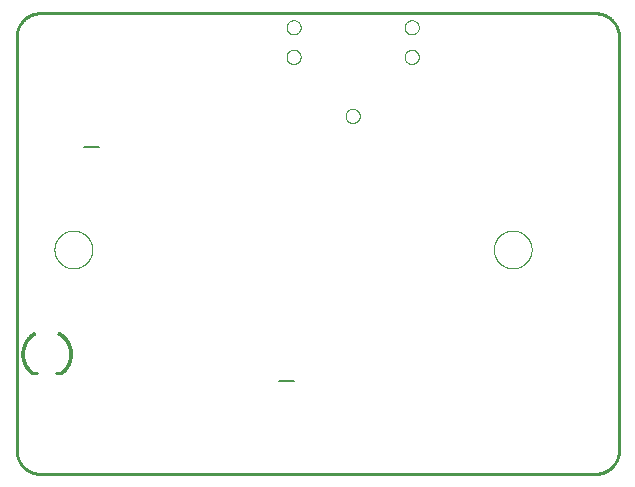
<source format=gbo>
G75*
%MOIN*%
%OFA0B0*%
%FSLAX25Y25*%
%IPPOS*%
%LPD*%
%AMOC8*
5,1,8,0,0,1.08239X$1,22.5*
%
%ADD10C,0.00000*%
%ADD11C,0.01000*%
%ADD12C,0.00100*%
%ADD13C,0.00800*%
D10*
X0014099Y0081103D02*
X0014101Y0081261D01*
X0014107Y0081419D01*
X0014117Y0081577D01*
X0014131Y0081735D01*
X0014149Y0081892D01*
X0014170Y0082049D01*
X0014196Y0082205D01*
X0014226Y0082361D01*
X0014259Y0082516D01*
X0014297Y0082669D01*
X0014338Y0082822D01*
X0014383Y0082974D01*
X0014432Y0083125D01*
X0014485Y0083274D01*
X0014541Y0083422D01*
X0014601Y0083568D01*
X0014665Y0083713D01*
X0014733Y0083856D01*
X0014804Y0083998D01*
X0014878Y0084138D01*
X0014956Y0084275D01*
X0015038Y0084411D01*
X0015122Y0084545D01*
X0015211Y0084676D01*
X0015302Y0084805D01*
X0015397Y0084932D01*
X0015494Y0085057D01*
X0015595Y0085179D01*
X0015699Y0085298D01*
X0015806Y0085415D01*
X0015916Y0085529D01*
X0016029Y0085640D01*
X0016144Y0085749D01*
X0016262Y0085854D01*
X0016383Y0085956D01*
X0016506Y0086056D01*
X0016632Y0086152D01*
X0016760Y0086245D01*
X0016890Y0086335D01*
X0017023Y0086421D01*
X0017158Y0086505D01*
X0017294Y0086584D01*
X0017433Y0086661D01*
X0017574Y0086733D01*
X0017716Y0086803D01*
X0017860Y0086868D01*
X0018006Y0086930D01*
X0018153Y0086988D01*
X0018302Y0087043D01*
X0018452Y0087094D01*
X0018603Y0087141D01*
X0018755Y0087184D01*
X0018908Y0087223D01*
X0019063Y0087259D01*
X0019218Y0087290D01*
X0019374Y0087318D01*
X0019530Y0087342D01*
X0019687Y0087362D01*
X0019845Y0087378D01*
X0020002Y0087390D01*
X0020161Y0087398D01*
X0020319Y0087402D01*
X0020477Y0087402D01*
X0020635Y0087398D01*
X0020794Y0087390D01*
X0020951Y0087378D01*
X0021109Y0087362D01*
X0021266Y0087342D01*
X0021422Y0087318D01*
X0021578Y0087290D01*
X0021733Y0087259D01*
X0021888Y0087223D01*
X0022041Y0087184D01*
X0022193Y0087141D01*
X0022344Y0087094D01*
X0022494Y0087043D01*
X0022643Y0086988D01*
X0022790Y0086930D01*
X0022936Y0086868D01*
X0023080Y0086803D01*
X0023222Y0086733D01*
X0023363Y0086661D01*
X0023502Y0086584D01*
X0023638Y0086505D01*
X0023773Y0086421D01*
X0023906Y0086335D01*
X0024036Y0086245D01*
X0024164Y0086152D01*
X0024290Y0086056D01*
X0024413Y0085956D01*
X0024534Y0085854D01*
X0024652Y0085749D01*
X0024767Y0085640D01*
X0024880Y0085529D01*
X0024990Y0085415D01*
X0025097Y0085298D01*
X0025201Y0085179D01*
X0025302Y0085057D01*
X0025399Y0084932D01*
X0025494Y0084805D01*
X0025585Y0084676D01*
X0025674Y0084545D01*
X0025758Y0084411D01*
X0025840Y0084275D01*
X0025918Y0084138D01*
X0025992Y0083998D01*
X0026063Y0083856D01*
X0026131Y0083713D01*
X0026195Y0083568D01*
X0026255Y0083422D01*
X0026311Y0083274D01*
X0026364Y0083125D01*
X0026413Y0082974D01*
X0026458Y0082822D01*
X0026499Y0082669D01*
X0026537Y0082516D01*
X0026570Y0082361D01*
X0026600Y0082205D01*
X0026626Y0082049D01*
X0026647Y0081892D01*
X0026665Y0081735D01*
X0026679Y0081577D01*
X0026689Y0081419D01*
X0026695Y0081261D01*
X0026697Y0081103D01*
X0026695Y0080945D01*
X0026689Y0080787D01*
X0026679Y0080629D01*
X0026665Y0080471D01*
X0026647Y0080314D01*
X0026626Y0080157D01*
X0026600Y0080001D01*
X0026570Y0079845D01*
X0026537Y0079690D01*
X0026499Y0079537D01*
X0026458Y0079384D01*
X0026413Y0079232D01*
X0026364Y0079081D01*
X0026311Y0078932D01*
X0026255Y0078784D01*
X0026195Y0078638D01*
X0026131Y0078493D01*
X0026063Y0078350D01*
X0025992Y0078208D01*
X0025918Y0078068D01*
X0025840Y0077931D01*
X0025758Y0077795D01*
X0025674Y0077661D01*
X0025585Y0077530D01*
X0025494Y0077401D01*
X0025399Y0077274D01*
X0025302Y0077149D01*
X0025201Y0077027D01*
X0025097Y0076908D01*
X0024990Y0076791D01*
X0024880Y0076677D01*
X0024767Y0076566D01*
X0024652Y0076457D01*
X0024534Y0076352D01*
X0024413Y0076250D01*
X0024290Y0076150D01*
X0024164Y0076054D01*
X0024036Y0075961D01*
X0023906Y0075871D01*
X0023773Y0075785D01*
X0023638Y0075701D01*
X0023502Y0075622D01*
X0023363Y0075545D01*
X0023222Y0075473D01*
X0023080Y0075403D01*
X0022936Y0075338D01*
X0022790Y0075276D01*
X0022643Y0075218D01*
X0022494Y0075163D01*
X0022344Y0075112D01*
X0022193Y0075065D01*
X0022041Y0075022D01*
X0021888Y0074983D01*
X0021733Y0074947D01*
X0021578Y0074916D01*
X0021422Y0074888D01*
X0021266Y0074864D01*
X0021109Y0074844D01*
X0020951Y0074828D01*
X0020794Y0074816D01*
X0020635Y0074808D01*
X0020477Y0074804D01*
X0020319Y0074804D01*
X0020161Y0074808D01*
X0020002Y0074816D01*
X0019845Y0074828D01*
X0019687Y0074844D01*
X0019530Y0074864D01*
X0019374Y0074888D01*
X0019218Y0074916D01*
X0019063Y0074947D01*
X0018908Y0074983D01*
X0018755Y0075022D01*
X0018603Y0075065D01*
X0018452Y0075112D01*
X0018302Y0075163D01*
X0018153Y0075218D01*
X0018006Y0075276D01*
X0017860Y0075338D01*
X0017716Y0075403D01*
X0017574Y0075473D01*
X0017433Y0075545D01*
X0017294Y0075622D01*
X0017158Y0075701D01*
X0017023Y0075785D01*
X0016890Y0075871D01*
X0016760Y0075961D01*
X0016632Y0076054D01*
X0016506Y0076150D01*
X0016383Y0076250D01*
X0016262Y0076352D01*
X0016144Y0076457D01*
X0016029Y0076566D01*
X0015916Y0076677D01*
X0015806Y0076791D01*
X0015699Y0076908D01*
X0015595Y0077027D01*
X0015494Y0077149D01*
X0015397Y0077274D01*
X0015302Y0077401D01*
X0015211Y0077530D01*
X0015122Y0077661D01*
X0015038Y0077795D01*
X0014956Y0077931D01*
X0014878Y0078068D01*
X0014804Y0078208D01*
X0014733Y0078350D01*
X0014665Y0078493D01*
X0014601Y0078638D01*
X0014541Y0078784D01*
X0014485Y0078932D01*
X0014432Y0079081D01*
X0014383Y0079232D01*
X0014338Y0079384D01*
X0014297Y0079537D01*
X0014259Y0079690D01*
X0014226Y0079845D01*
X0014196Y0080001D01*
X0014170Y0080157D01*
X0014149Y0080314D01*
X0014131Y0080471D01*
X0014117Y0080629D01*
X0014107Y0080787D01*
X0014101Y0080945D01*
X0014099Y0081103D01*
X0091453Y0145300D02*
X0091455Y0145397D01*
X0091461Y0145494D01*
X0091471Y0145590D01*
X0091485Y0145686D01*
X0091503Y0145782D01*
X0091524Y0145876D01*
X0091550Y0145970D01*
X0091579Y0146062D01*
X0091613Y0146153D01*
X0091649Y0146243D01*
X0091690Y0146331D01*
X0091734Y0146417D01*
X0091782Y0146502D01*
X0091833Y0146584D01*
X0091887Y0146665D01*
X0091945Y0146743D01*
X0092006Y0146818D01*
X0092069Y0146891D01*
X0092136Y0146962D01*
X0092206Y0147029D01*
X0092278Y0147094D01*
X0092353Y0147155D01*
X0092431Y0147214D01*
X0092510Y0147269D01*
X0092592Y0147321D01*
X0092676Y0147369D01*
X0092762Y0147414D01*
X0092850Y0147456D01*
X0092939Y0147494D01*
X0093030Y0147528D01*
X0093122Y0147558D01*
X0093215Y0147585D01*
X0093310Y0147607D01*
X0093405Y0147626D01*
X0093501Y0147641D01*
X0093597Y0147652D01*
X0093694Y0147659D01*
X0093791Y0147662D01*
X0093888Y0147661D01*
X0093985Y0147656D01*
X0094081Y0147647D01*
X0094177Y0147634D01*
X0094273Y0147617D01*
X0094368Y0147596D01*
X0094461Y0147572D01*
X0094554Y0147543D01*
X0094646Y0147511D01*
X0094736Y0147475D01*
X0094824Y0147436D01*
X0094911Y0147392D01*
X0094996Y0147346D01*
X0095079Y0147295D01*
X0095160Y0147242D01*
X0095238Y0147185D01*
X0095315Y0147125D01*
X0095388Y0147062D01*
X0095459Y0146996D01*
X0095527Y0146927D01*
X0095593Y0146855D01*
X0095655Y0146781D01*
X0095714Y0146704D01*
X0095770Y0146625D01*
X0095823Y0146543D01*
X0095873Y0146460D01*
X0095918Y0146374D01*
X0095961Y0146287D01*
X0096000Y0146198D01*
X0096035Y0146108D01*
X0096066Y0146016D01*
X0096093Y0145923D01*
X0096117Y0145829D01*
X0096137Y0145734D01*
X0096153Y0145638D01*
X0096165Y0145542D01*
X0096173Y0145445D01*
X0096177Y0145348D01*
X0096177Y0145252D01*
X0096173Y0145155D01*
X0096165Y0145058D01*
X0096153Y0144962D01*
X0096137Y0144866D01*
X0096117Y0144771D01*
X0096093Y0144677D01*
X0096066Y0144584D01*
X0096035Y0144492D01*
X0096000Y0144402D01*
X0095961Y0144313D01*
X0095918Y0144226D01*
X0095873Y0144140D01*
X0095823Y0144057D01*
X0095770Y0143975D01*
X0095714Y0143896D01*
X0095655Y0143819D01*
X0095593Y0143745D01*
X0095527Y0143673D01*
X0095459Y0143604D01*
X0095388Y0143538D01*
X0095315Y0143475D01*
X0095238Y0143415D01*
X0095160Y0143358D01*
X0095079Y0143305D01*
X0094996Y0143254D01*
X0094911Y0143208D01*
X0094824Y0143164D01*
X0094736Y0143125D01*
X0094646Y0143089D01*
X0094554Y0143057D01*
X0094461Y0143028D01*
X0094368Y0143004D01*
X0094273Y0142983D01*
X0094177Y0142966D01*
X0094081Y0142953D01*
X0093985Y0142944D01*
X0093888Y0142939D01*
X0093791Y0142938D01*
X0093694Y0142941D01*
X0093597Y0142948D01*
X0093501Y0142959D01*
X0093405Y0142974D01*
X0093310Y0142993D01*
X0093215Y0143015D01*
X0093122Y0143042D01*
X0093030Y0143072D01*
X0092939Y0143106D01*
X0092850Y0143144D01*
X0092762Y0143186D01*
X0092676Y0143231D01*
X0092592Y0143279D01*
X0092510Y0143331D01*
X0092431Y0143386D01*
X0092353Y0143445D01*
X0092278Y0143506D01*
X0092206Y0143571D01*
X0092136Y0143638D01*
X0092069Y0143709D01*
X0092006Y0143782D01*
X0091945Y0143857D01*
X0091887Y0143935D01*
X0091833Y0144016D01*
X0091782Y0144098D01*
X0091734Y0144183D01*
X0091690Y0144269D01*
X0091649Y0144357D01*
X0091613Y0144447D01*
X0091579Y0144538D01*
X0091550Y0144630D01*
X0091524Y0144724D01*
X0091503Y0144818D01*
X0091485Y0144914D01*
X0091471Y0145010D01*
X0091461Y0145106D01*
X0091455Y0145203D01*
X0091453Y0145300D01*
X0091453Y0155143D02*
X0091455Y0155240D01*
X0091461Y0155337D01*
X0091471Y0155433D01*
X0091485Y0155529D01*
X0091503Y0155625D01*
X0091524Y0155719D01*
X0091550Y0155813D01*
X0091579Y0155905D01*
X0091613Y0155996D01*
X0091649Y0156086D01*
X0091690Y0156174D01*
X0091734Y0156260D01*
X0091782Y0156345D01*
X0091833Y0156427D01*
X0091887Y0156508D01*
X0091945Y0156586D01*
X0092006Y0156661D01*
X0092069Y0156734D01*
X0092136Y0156805D01*
X0092206Y0156872D01*
X0092278Y0156937D01*
X0092353Y0156998D01*
X0092431Y0157057D01*
X0092510Y0157112D01*
X0092592Y0157164D01*
X0092676Y0157212D01*
X0092762Y0157257D01*
X0092850Y0157299D01*
X0092939Y0157337D01*
X0093030Y0157371D01*
X0093122Y0157401D01*
X0093215Y0157428D01*
X0093310Y0157450D01*
X0093405Y0157469D01*
X0093501Y0157484D01*
X0093597Y0157495D01*
X0093694Y0157502D01*
X0093791Y0157505D01*
X0093888Y0157504D01*
X0093985Y0157499D01*
X0094081Y0157490D01*
X0094177Y0157477D01*
X0094273Y0157460D01*
X0094368Y0157439D01*
X0094461Y0157415D01*
X0094554Y0157386D01*
X0094646Y0157354D01*
X0094736Y0157318D01*
X0094824Y0157279D01*
X0094911Y0157235D01*
X0094996Y0157189D01*
X0095079Y0157138D01*
X0095160Y0157085D01*
X0095238Y0157028D01*
X0095315Y0156968D01*
X0095388Y0156905D01*
X0095459Y0156839D01*
X0095527Y0156770D01*
X0095593Y0156698D01*
X0095655Y0156624D01*
X0095714Y0156547D01*
X0095770Y0156468D01*
X0095823Y0156386D01*
X0095873Y0156303D01*
X0095918Y0156217D01*
X0095961Y0156130D01*
X0096000Y0156041D01*
X0096035Y0155951D01*
X0096066Y0155859D01*
X0096093Y0155766D01*
X0096117Y0155672D01*
X0096137Y0155577D01*
X0096153Y0155481D01*
X0096165Y0155385D01*
X0096173Y0155288D01*
X0096177Y0155191D01*
X0096177Y0155095D01*
X0096173Y0154998D01*
X0096165Y0154901D01*
X0096153Y0154805D01*
X0096137Y0154709D01*
X0096117Y0154614D01*
X0096093Y0154520D01*
X0096066Y0154427D01*
X0096035Y0154335D01*
X0096000Y0154245D01*
X0095961Y0154156D01*
X0095918Y0154069D01*
X0095873Y0153983D01*
X0095823Y0153900D01*
X0095770Y0153818D01*
X0095714Y0153739D01*
X0095655Y0153662D01*
X0095593Y0153588D01*
X0095527Y0153516D01*
X0095459Y0153447D01*
X0095388Y0153381D01*
X0095315Y0153318D01*
X0095238Y0153258D01*
X0095160Y0153201D01*
X0095079Y0153148D01*
X0094996Y0153097D01*
X0094911Y0153051D01*
X0094824Y0153007D01*
X0094736Y0152968D01*
X0094646Y0152932D01*
X0094554Y0152900D01*
X0094461Y0152871D01*
X0094368Y0152847D01*
X0094273Y0152826D01*
X0094177Y0152809D01*
X0094081Y0152796D01*
X0093985Y0152787D01*
X0093888Y0152782D01*
X0093791Y0152781D01*
X0093694Y0152784D01*
X0093597Y0152791D01*
X0093501Y0152802D01*
X0093405Y0152817D01*
X0093310Y0152836D01*
X0093215Y0152858D01*
X0093122Y0152885D01*
X0093030Y0152915D01*
X0092939Y0152949D01*
X0092850Y0152987D01*
X0092762Y0153029D01*
X0092676Y0153074D01*
X0092592Y0153122D01*
X0092510Y0153174D01*
X0092431Y0153229D01*
X0092353Y0153288D01*
X0092278Y0153349D01*
X0092206Y0153414D01*
X0092136Y0153481D01*
X0092069Y0153552D01*
X0092006Y0153625D01*
X0091945Y0153700D01*
X0091887Y0153778D01*
X0091833Y0153859D01*
X0091782Y0153941D01*
X0091734Y0154026D01*
X0091690Y0154112D01*
X0091649Y0154200D01*
X0091613Y0154290D01*
X0091579Y0154381D01*
X0091550Y0154473D01*
X0091524Y0154567D01*
X0091503Y0154661D01*
X0091485Y0154757D01*
X0091471Y0154853D01*
X0091461Y0154949D01*
X0091455Y0155046D01*
X0091453Y0155143D01*
X0111138Y0125615D02*
X0111140Y0125712D01*
X0111146Y0125809D01*
X0111156Y0125905D01*
X0111170Y0126001D01*
X0111188Y0126097D01*
X0111209Y0126191D01*
X0111235Y0126285D01*
X0111264Y0126377D01*
X0111298Y0126468D01*
X0111334Y0126558D01*
X0111375Y0126646D01*
X0111419Y0126732D01*
X0111467Y0126817D01*
X0111518Y0126899D01*
X0111572Y0126980D01*
X0111630Y0127058D01*
X0111691Y0127133D01*
X0111754Y0127206D01*
X0111821Y0127277D01*
X0111891Y0127344D01*
X0111963Y0127409D01*
X0112038Y0127470D01*
X0112116Y0127529D01*
X0112195Y0127584D01*
X0112277Y0127636D01*
X0112361Y0127684D01*
X0112447Y0127729D01*
X0112535Y0127771D01*
X0112624Y0127809D01*
X0112715Y0127843D01*
X0112807Y0127873D01*
X0112900Y0127900D01*
X0112995Y0127922D01*
X0113090Y0127941D01*
X0113186Y0127956D01*
X0113282Y0127967D01*
X0113379Y0127974D01*
X0113476Y0127977D01*
X0113573Y0127976D01*
X0113670Y0127971D01*
X0113766Y0127962D01*
X0113862Y0127949D01*
X0113958Y0127932D01*
X0114053Y0127911D01*
X0114146Y0127887D01*
X0114239Y0127858D01*
X0114331Y0127826D01*
X0114421Y0127790D01*
X0114509Y0127751D01*
X0114596Y0127707D01*
X0114681Y0127661D01*
X0114764Y0127610D01*
X0114845Y0127557D01*
X0114923Y0127500D01*
X0115000Y0127440D01*
X0115073Y0127377D01*
X0115144Y0127311D01*
X0115212Y0127242D01*
X0115278Y0127170D01*
X0115340Y0127096D01*
X0115399Y0127019D01*
X0115455Y0126940D01*
X0115508Y0126858D01*
X0115558Y0126775D01*
X0115603Y0126689D01*
X0115646Y0126602D01*
X0115685Y0126513D01*
X0115720Y0126423D01*
X0115751Y0126331D01*
X0115778Y0126238D01*
X0115802Y0126144D01*
X0115822Y0126049D01*
X0115838Y0125953D01*
X0115850Y0125857D01*
X0115858Y0125760D01*
X0115862Y0125663D01*
X0115862Y0125567D01*
X0115858Y0125470D01*
X0115850Y0125373D01*
X0115838Y0125277D01*
X0115822Y0125181D01*
X0115802Y0125086D01*
X0115778Y0124992D01*
X0115751Y0124899D01*
X0115720Y0124807D01*
X0115685Y0124717D01*
X0115646Y0124628D01*
X0115603Y0124541D01*
X0115558Y0124455D01*
X0115508Y0124372D01*
X0115455Y0124290D01*
X0115399Y0124211D01*
X0115340Y0124134D01*
X0115278Y0124060D01*
X0115212Y0123988D01*
X0115144Y0123919D01*
X0115073Y0123853D01*
X0115000Y0123790D01*
X0114923Y0123730D01*
X0114845Y0123673D01*
X0114764Y0123620D01*
X0114681Y0123569D01*
X0114596Y0123523D01*
X0114509Y0123479D01*
X0114421Y0123440D01*
X0114331Y0123404D01*
X0114239Y0123372D01*
X0114146Y0123343D01*
X0114053Y0123319D01*
X0113958Y0123298D01*
X0113862Y0123281D01*
X0113766Y0123268D01*
X0113670Y0123259D01*
X0113573Y0123254D01*
X0113476Y0123253D01*
X0113379Y0123256D01*
X0113282Y0123263D01*
X0113186Y0123274D01*
X0113090Y0123289D01*
X0112995Y0123308D01*
X0112900Y0123330D01*
X0112807Y0123357D01*
X0112715Y0123387D01*
X0112624Y0123421D01*
X0112535Y0123459D01*
X0112447Y0123501D01*
X0112361Y0123546D01*
X0112277Y0123594D01*
X0112195Y0123646D01*
X0112116Y0123701D01*
X0112038Y0123760D01*
X0111963Y0123821D01*
X0111891Y0123886D01*
X0111821Y0123953D01*
X0111754Y0124024D01*
X0111691Y0124097D01*
X0111630Y0124172D01*
X0111572Y0124250D01*
X0111518Y0124331D01*
X0111467Y0124413D01*
X0111419Y0124498D01*
X0111375Y0124584D01*
X0111334Y0124672D01*
X0111298Y0124762D01*
X0111264Y0124853D01*
X0111235Y0124945D01*
X0111209Y0125039D01*
X0111188Y0125133D01*
X0111170Y0125229D01*
X0111156Y0125325D01*
X0111146Y0125421D01*
X0111140Y0125518D01*
X0111138Y0125615D01*
X0130823Y0145300D02*
X0130825Y0145397D01*
X0130831Y0145494D01*
X0130841Y0145590D01*
X0130855Y0145686D01*
X0130873Y0145782D01*
X0130894Y0145876D01*
X0130920Y0145970D01*
X0130949Y0146062D01*
X0130983Y0146153D01*
X0131019Y0146243D01*
X0131060Y0146331D01*
X0131104Y0146417D01*
X0131152Y0146502D01*
X0131203Y0146584D01*
X0131257Y0146665D01*
X0131315Y0146743D01*
X0131376Y0146818D01*
X0131439Y0146891D01*
X0131506Y0146962D01*
X0131576Y0147029D01*
X0131648Y0147094D01*
X0131723Y0147155D01*
X0131801Y0147214D01*
X0131880Y0147269D01*
X0131962Y0147321D01*
X0132046Y0147369D01*
X0132132Y0147414D01*
X0132220Y0147456D01*
X0132309Y0147494D01*
X0132400Y0147528D01*
X0132492Y0147558D01*
X0132585Y0147585D01*
X0132680Y0147607D01*
X0132775Y0147626D01*
X0132871Y0147641D01*
X0132967Y0147652D01*
X0133064Y0147659D01*
X0133161Y0147662D01*
X0133258Y0147661D01*
X0133355Y0147656D01*
X0133451Y0147647D01*
X0133547Y0147634D01*
X0133643Y0147617D01*
X0133738Y0147596D01*
X0133831Y0147572D01*
X0133924Y0147543D01*
X0134016Y0147511D01*
X0134106Y0147475D01*
X0134194Y0147436D01*
X0134281Y0147392D01*
X0134366Y0147346D01*
X0134449Y0147295D01*
X0134530Y0147242D01*
X0134608Y0147185D01*
X0134685Y0147125D01*
X0134758Y0147062D01*
X0134829Y0146996D01*
X0134897Y0146927D01*
X0134963Y0146855D01*
X0135025Y0146781D01*
X0135084Y0146704D01*
X0135140Y0146625D01*
X0135193Y0146543D01*
X0135243Y0146460D01*
X0135288Y0146374D01*
X0135331Y0146287D01*
X0135370Y0146198D01*
X0135405Y0146108D01*
X0135436Y0146016D01*
X0135463Y0145923D01*
X0135487Y0145829D01*
X0135507Y0145734D01*
X0135523Y0145638D01*
X0135535Y0145542D01*
X0135543Y0145445D01*
X0135547Y0145348D01*
X0135547Y0145252D01*
X0135543Y0145155D01*
X0135535Y0145058D01*
X0135523Y0144962D01*
X0135507Y0144866D01*
X0135487Y0144771D01*
X0135463Y0144677D01*
X0135436Y0144584D01*
X0135405Y0144492D01*
X0135370Y0144402D01*
X0135331Y0144313D01*
X0135288Y0144226D01*
X0135243Y0144140D01*
X0135193Y0144057D01*
X0135140Y0143975D01*
X0135084Y0143896D01*
X0135025Y0143819D01*
X0134963Y0143745D01*
X0134897Y0143673D01*
X0134829Y0143604D01*
X0134758Y0143538D01*
X0134685Y0143475D01*
X0134608Y0143415D01*
X0134530Y0143358D01*
X0134449Y0143305D01*
X0134366Y0143254D01*
X0134281Y0143208D01*
X0134194Y0143164D01*
X0134106Y0143125D01*
X0134016Y0143089D01*
X0133924Y0143057D01*
X0133831Y0143028D01*
X0133738Y0143004D01*
X0133643Y0142983D01*
X0133547Y0142966D01*
X0133451Y0142953D01*
X0133355Y0142944D01*
X0133258Y0142939D01*
X0133161Y0142938D01*
X0133064Y0142941D01*
X0132967Y0142948D01*
X0132871Y0142959D01*
X0132775Y0142974D01*
X0132680Y0142993D01*
X0132585Y0143015D01*
X0132492Y0143042D01*
X0132400Y0143072D01*
X0132309Y0143106D01*
X0132220Y0143144D01*
X0132132Y0143186D01*
X0132046Y0143231D01*
X0131962Y0143279D01*
X0131880Y0143331D01*
X0131801Y0143386D01*
X0131723Y0143445D01*
X0131648Y0143506D01*
X0131576Y0143571D01*
X0131506Y0143638D01*
X0131439Y0143709D01*
X0131376Y0143782D01*
X0131315Y0143857D01*
X0131257Y0143935D01*
X0131203Y0144016D01*
X0131152Y0144098D01*
X0131104Y0144183D01*
X0131060Y0144269D01*
X0131019Y0144357D01*
X0130983Y0144447D01*
X0130949Y0144538D01*
X0130920Y0144630D01*
X0130894Y0144724D01*
X0130873Y0144818D01*
X0130855Y0144914D01*
X0130841Y0145010D01*
X0130831Y0145106D01*
X0130825Y0145203D01*
X0130823Y0145300D01*
X0130823Y0155143D02*
X0130825Y0155240D01*
X0130831Y0155337D01*
X0130841Y0155433D01*
X0130855Y0155529D01*
X0130873Y0155625D01*
X0130894Y0155719D01*
X0130920Y0155813D01*
X0130949Y0155905D01*
X0130983Y0155996D01*
X0131019Y0156086D01*
X0131060Y0156174D01*
X0131104Y0156260D01*
X0131152Y0156345D01*
X0131203Y0156427D01*
X0131257Y0156508D01*
X0131315Y0156586D01*
X0131376Y0156661D01*
X0131439Y0156734D01*
X0131506Y0156805D01*
X0131576Y0156872D01*
X0131648Y0156937D01*
X0131723Y0156998D01*
X0131801Y0157057D01*
X0131880Y0157112D01*
X0131962Y0157164D01*
X0132046Y0157212D01*
X0132132Y0157257D01*
X0132220Y0157299D01*
X0132309Y0157337D01*
X0132400Y0157371D01*
X0132492Y0157401D01*
X0132585Y0157428D01*
X0132680Y0157450D01*
X0132775Y0157469D01*
X0132871Y0157484D01*
X0132967Y0157495D01*
X0133064Y0157502D01*
X0133161Y0157505D01*
X0133258Y0157504D01*
X0133355Y0157499D01*
X0133451Y0157490D01*
X0133547Y0157477D01*
X0133643Y0157460D01*
X0133738Y0157439D01*
X0133831Y0157415D01*
X0133924Y0157386D01*
X0134016Y0157354D01*
X0134106Y0157318D01*
X0134194Y0157279D01*
X0134281Y0157235D01*
X0134366Y0157189D01*
X0134449Y0157138D01*
X0134530Y0157085D01*
X0134608Y0157028D01*
X0134685Y0156968D01*
X0134758Y0156905D01*
X0134829Y0156839D01*
X0134897Y0156770D01*
X0134963Y0156698D01*
X0135025Y0156624D01*
X0135084Y0156547D01*
X0135140Y0156468D01*
X0135193Y0156386D01*
X0135243Y0156303D01*
X0135288Y0156217D01*
X0135331Y0156130D01*
X0135370Y0156041D01*
X0135405Y0155951D01*
X0135436Y0155859D01*
X0135463Y0155766D01*
X0135487Y0155672D01*
X0135507Y0155577D01*
X0135523Y0155481D01*
X0135535Y0155385D01*
X0135543Y0155288D01*
X0135547Y0155191D01*
X0135547Y0155095D01*
X0135543Y0154998D01*
X0135535Y0154901D01*
X0135523Y0154805D01*
X0135507Y0154709D01*
X0135487Y0154614D01*
X0135463Y0154520D01*
X0135436Y0154427D01*
X0135405Y0154335D01*
X0135370Y0154245D01*
X0135331Y0154156D01*
X0135288Y0154069D01*
X0135243Y0153983D01*
X0135193Y0153900D01*
X0135140Y0153818D01*
X0135084Y0153739D01*
X0135025Y0153662D01*
X0134963Y0153588D01*
X0134897Y0153516D01*
X0134829Y0153447D01*
X0134758Y0153381D01*
X0134685Y0153318D01*
X0134608Y0153258D01*
X0134530Y0153201D01*
X0134449Y0153148D01*
X0134366Y0153097D01*
X0134281Y0153051D01*
X0134194Y0153007D01*
X0134106Y0152968D01*
X0134016Y0152932D01*
X0133924Y0152900D01*
X0133831Y0152871D01*
X0133738Y0152847D01*
X0133643Y0152826D01*
X0133547Y0152809D01*
X0133451Y0152796D01*
X0133355Y0152787D01*
X0133258Y0152782D01*
X0133161Y0152781D01*
X0133064Y0152784D01*
X0132967Y0152791D01*
X0132871Y0152802D01*
X0132775Y0152817D01*
X0132680Y0152836D01*
X0132585Y0152858D01*
X0132492Y0152885D01*
X0132400Y0152915D01*
X0132309Y0152949D01*
X0132220Y0152987D01*
X0132132Y0153029D01*
X0132046Y0153074D01*
X0131962Y0153122D01*
X0131880Y0153174D01*
X0131801Y0153229D01*
X0131723Y0153288D01*
X0131648Y0153349D01*
X0131576Y0153414D01*
X0131506Y0153481D01*
X0131439Y0153552D01*
X0131376Y0153625D01*
X0131315Y0153700D01*
X0131257Y0153778D01*
X0131203Y0153859D01*
X0131152Y0153941D01*
X0131104Y0154026D01*
X0131060Y0154112D01*
X0131019Y0154200D01*
X0130983Y0154290D01*
X0130949Y0154381D01*
X0130920Y0154473D01*
X0130894Y0154567D01*
X0130873Y0154661D01*
X0130855Y0154757D01*
X0130841Y0154853D01*
X0130831Y0154949D01*
X0130825Y0155046D01*
X0130823Y0155143D01*
X0160555Y0081103D02*
X0160557Y0081261D01*
X0160563Y0081419D01*
X0160573Y0081577D01*
X0160587Y0081735D01*
X0160605Y0081892D01*
X0160626Y0082049D01*
X0160652Y0082205D01*
X0160682Y0082361D01*
X0160715Y0082516D01*
X0160753Y0082669D01*
X0160794Y0082822D01*
X0160839Y0082974D01*
X0160888Y0083125D01*
X0160941Y0083274D01*
X0160997Y0083422D01*
X0161057Y0083568D01*
X0161121Y0083713D01*
X0161189Y0083856D01*
X0161260Y0083998D01*
X0161334Y0084138D01*
X0161412Y0084275D01*
X0161494Y0084411D01*
X0161578Y0084545D01*
X0161667Y0084676D01*
X0161758Y0084805D01*
X0161853Y0084932D01*
X0161950Y0085057D01*
X0162051Y0085179D01*
X0162155Y0085298D01*
X0162262Y0085415D01*
X0162372Y0085529D01*
X0162485Y0085640D01*
X0162600Y0085749D01*
X0162718Y0085854D01*
X0162839Y0085956D01*
X0162962Y0086056D01*
X0163088Y0086152D01*
X0163216Y0086245D01*
X0163346Y0086335D01*
X0163479Y0086421D01*
X0163614Y0086505D01*
X0163750Y0086584D01*
X0163889Y0086661D01*
X0164030Y0086733D01*
X0164172Y0086803D01*
X0164316Y0086868D01*
X0164462Y0086930D01*
X0164609Y0086988D01*
X0164758Y0087043D01*
X0164908Y0087094D01*
X0165059Y0087141D01*
X0165211Y0087184D01*
X0165364Y0087223D01*
X0165519Y0087259D01*
X0165674Y0087290D01*
X0165830Y0087318D01*
X0165986Y0087342D01*
X0166143Y0087362D01*
X0166301Y0087378D01*
X0166458Y0087390D01*
X0166617Y0087398D01*
X0166775Y0087402D01*
X0166933Y0087402D01*
X0167091Y0087398D01*
X0167250Y0087390D01*
X0167407Y0087378D01*
X0167565Y0087362D01*
X0167722Y0087342D01*
X0167878Y0087318D01*
X0168034Y0087290D01*
X0168189Y0087259D01*
X0168344Y0087223D01*
X0168497Y0087184D01*
X0168649Y0087141D01*
X0168800Y0087094D01*
X0168950Y0087043D01*
X0169099Y0086988D01*
X0169246Y0086930D01*
X0169392Y0086868D01*
X0169536Y0086803D01*
X0169678Y0086733D01*
X0169819Y0086661D01*
X0169958Y0086584D01*
X0170094Y0086505D01*
X0170229Y0086421D01*
X0170362Y0086335D01*
X0170492Y0086245D01*
X0170620Y0086152D01*
X0170746Y0086056D01*
X0170869Y0085956D01*
X0170990Y0085854D01*
X0171108Y0085749D01*
X0171223Y0085640D01*
X0171336Y0085529D01*
X0171446Y0085415D01*
X0171553Y0085298D01*
X0171657Y0085179D01*
X0171758Y0085057D01*
X0171855Y0084932D01*
X0171950Y0084805D01*
X0172041Y0084676D01*
X0172130Y0084545D01*
X0172214Y0084411D01*
X0172296Y0084275D01*
X0172374Y0084138D01*
X0172448Y0083998D01*
X0172519Y0083856D01*
X0172587Y0083713D01*
X0172651Y0083568D01*
X0172711Y0083422D01*
X0172767Y0083274D01*
X0172820Y0083125D01*
X0172869Y0082974D01*
X0172914Y0082822D01*
X0172955Y0082669D01*
X0172993Y0082516D01*
X0173026Y0082361D01*
X0173056Y0082205D01*
X0173082Y0082049D01*
X0173103Y0081892D01*
X0173121Y0081735D01*
X0173135Y0081577D01*
X0173145Y0081419D01*
X0173151Y0081261D01*
X0173153Y0081103D01*
X0173151Y0080945D01*
X0173145Y0080787D01*
X0173135Y0080629D01*
X0173121Y0080471D01*
X0173103Y0080314D01*
X0173082Y0080157D01*
X0173056Y0080001D01*
X0173026Y0079845D01*
X0172993Y0079690D01*
X0172955Y0079537D01*
X0172914Y0079384D01*
X0172869Y0079232D01*
X0172820Y0079081D01*
X0172767Y0078932D01*
X0172711Y0078784D01*
X0172651Y0078638D01*
X0172587Y0078493D01*
X0172519Y0078350D01*
X0172448Y0078208D01*
X0172374Y0078068D01*
X0172296Y0077931D01*
X0172214Y0077795D01*
X0172130Y0077661D01*
X0172041Y0077530D01*
X0171950Y0077401D01*
X0171855Y0077274D01*
X0171758Y0077149D01*
X0171657Y0077027D01*
X0171553Y0076908D01*
X0171446Y0076791D01*
X0171336Y0076677D01*
X0171223Y0076566D01*
X0171108Y0076457D01*
X0170990Y0076352D01*
X0170869Y0076250D01*
X0170746Y0076150D01*
X0170620Y0076054D01*
X0170492Y0075961D01*
X0170362Y0075871D01*
X0170229Y0075785D01*
X0170094Y0075701D01*
X0169958Y0075622D01*
X0169819Y0075545D01*
X0169678Y0075473D01*
X0169536Y0075403D01*
X0169392Y0075338D01*
X0169246Y0075276D01*
X0169099Y0075218D01*
X0168950Y0075163D01*
X0168800Y0075112D01*
X0168649Y0075065D01*
X0168497Y0075022D01*
X0168344Y0074983D01*
X0168189Y0074947D01*
X0168034Y0074916D01*
X0167878Y0074888D01*
X0167722Y0074864D01*
X0167565Y0074844D01*
X0167407Y0074828D01*
X0167250Y0074816D01*
X0167091Y0074808D01*
X0166933Y0074804D01*
X0166775Y0074804D01*
X0166617Y0074808D01*
X0166458Y0074816D01*
X0166301Y0074828D01*
X0166143Y0074844D01*
X0165986Y0074864D01*
X0165830Y0074888D01*
X0165674Y0074916D01*
X0165519Y0074947D01*
X0165364Y0074983D01*
X0165211Y0075022D01*
X0165059Y0075065D01*
X0164908Y0075112D01*
X0164758Y0075163D01*
X0164609Y0075218D01*
X0164462Y0075276D01*
X0164316Y0075338D01*
X0164172Y0075403D01*
X0164030Y0075473D01*
X0163889Y0075545D01*
X0163750Y0075622D01*
X0163614Y0075701D01*
X0163479Y0075785D01*
X0163346Y0075871D01*
X0163216Y0075961D01*
X0163088Y0076054D01*
X0162962Y0076150D01*
X0162839Y0076250D01*
X0162718Y0076352D01*
X0162600Y0076457D01*
X0162485Y0076566D01*
X0162372Y0076677D01*
X0162262Y0076791D01*
X0162155Y0076908D01*
X0162051Y0077027D01*
X0161950Y0077149D01*
X0161853Y0077274D01*
X0161758Y0077401D01*
X0161667Y0077530D01*
X0161578Y0077661D01*
X0161494Y0077795D01*
X0161412Y0077931D01*
X0161334Y0078068D01*
X0161260Y0078208D01*
X0161189Y0078350D01*
X0161121Y0078493D01*
X0161057Y0078638D01*
X0160997Y0078784D01*
X0160941Y0078932D01*
X0160888Y0079081D01*
X0160839Y0079232D01*
X0160794Y0079384D01*
X0160753Y0079537D01*
X0160715Y0079690D01*
X0160682Y0079845D01*
X0160652Y0080001D01*
X0160626Y0080157D01*
X0160605Y0080314D01*
X0160587Y0080471D01*
X0160573Y0080629D01*
X0160563Y0080787D01*
X0160557Y0080945D01*
X0160555Y0081103D01*
D11*
X0194413Y0006300D02*
X0009374Y0006300D01*
X0009184Y0006302D01*
X0008994Y0006309D01*
X0008804Y0006321D01*
X0008614Y0006337D01*
X0008425Y0006357D01*
X0008236Y0006383D01*
X0008048Y0006412D01*
X0007861Y0006447D01*
X0007675Y0006486D01*
X0007490Y0006529D01*
X0007305Y0006577D01*
X0007122Y0006629D01*
X0006941Y0006685D01*
X0006761Y0006746D01*
X0006582Y0006812D01*
X0006405Y0006881D01*
X0006229Y0006955D01*
X0006056Y0007033D01*
X0005884Y0007116D01*
X0005715Y0007202D01*
X0005547Y0007292D01*
X0005382Y0007387D01*
X0005219Y0007485D01*
X0005059Y0007588D01*
X0004901Y0007694D01*
X0004746Y0007804D01*
X0004593Y0007917D01*
X0004443Y0008035D01*
X0004297Y0008156D01*
X0004153Y0008280D01*
X0004012Y0008408D01*
X0003874Y0008539D01*
X0003739Y0008674D01*
X0003608Y0008812D01*
X0003480Y0008953D01*
X0003356Y0009097D01*
X0003235Y0009243D01*
X0003117Y0009393D01*
X0003004Y0009546D01*
X0002894Y0009701D01*
X0002788Y0009859D01*
X0002685Y0010019D01*
X0002587Y0010182D01*
X0002492Y0010347D01*
X0002402Y0010515D01*
X0002316Y0010684D01*
X0002233Y0010856D01*
X0002155Y0011029D01*
X0002081Y0011205D01*
X0002012Y0011382D01*
X0001946Y0011561D01*
X0001885Y0011741D01*
X0001829Y0011922D01*
X0001777Y0012105D01*
X0001729Y0012290D01*
X0001686Y0012475D01*
X0001647Y0012661D01*
X0001612Y0012848D01*
X0001583Y0013036D01*
X0001557Y0013225D01*
X0001537Y0013414D01*
X0001521Y0013604D01*
X0001509Y0013794D01*
X0001502Y0013984D01*
X0001500Y0014174D01*
X0001500Y0151969D01*
X0001502Y0152159D01*
X0001509Y0152349D01*
X0001521Y0152539D01*
X0001537Y0152729D01*
X0001557Y0152918D01*
X0001583Y0153107D01*
X0001612Y0153295D01*
X0001647Y0153482D01*
X0001686Y0153668D01*
X0001729Y0153853D01*
X0001777Y0154038D01*
X0001829Y0154221D01*
X0001885Y0154402D01*
X0001946Y0154582D01*
X0002012Y0154761D01*
X0002081Y0154938D01*
X0002155Y0155114D01*
X0002233Y0155287D01*
X0002316Y0155459D01*
X0002402Y0155628D01*
X0002492Y0155796D01*
X0002587Y0155961D01*
X0002685Y0156124D01*
X0002788Y0156284D01*
X0002894Y0156442D01*
X0003004Y0156597D01*
X0003117Y0156750D01*
X0003235Y0156900D01*
X0003356Y0157046D01*
X0003480Y0157190D01*
X0003608Y0157331D01*
X0003739Y0157469D01*
X0003874Y0157604D01*
X0004012Y0157735D01*
X0004153Y0157863D01*
X0004297Y0157987D01*
X0004443Y0158108D01*
X0004593Y0158226D01*
X0004746Y0158339D01*
X0004901Y0158449D01*
X0005059Y0158555D01*
X0005219Y0158658D01*
X0005382Y0158756D01*
X0005547Y0158851D01*
X0005715Y0158941D01*
X0005884Y0159027D01*
X0006056Y0159110D01*
X0006229Y0159188D01*
X0006405Y0159262D01*
X0006582Y0159331D01*
X0006761Y0159397D01*
X0006941Y0159458D01*
X0007122Y0159514D01*
X0007305Y0159566D01*
X0007490Y0159614D01*
X0007675Y0159657D01*
X0007861Y0159696D01*
X0008048Y0159731D01*
X0008236Y0159760D01*
X0008425Y0159786D01*
X0008614Y0159806D01*
X0008804Y0159822D01*
X0008994Y0159834D01*
X0009184Y0159841D01*
X0009374Y0159843D01*
X0194413Y0159843D01*
X0194603Y0159841D01*
X0194793Y0159834D01*
X0194983Y0159822D01*
X0195173Y0159806D01*
X0195362Y0159786D01*
X0195551Y0159760D01*
X0195739Y0159731D01*
X0195926Y0159696D01*
X0196112Y0159657D01*
X0196297Y0159614D01*
X0196482Y0159566D01*
X0196665Y0159514D01*
X0196846Y0159458D01*
X0197026Y0159397D01*
X0197205Y0159331D01*
X0197382Y0159262D01*
X0197558Y0159188D01*
X0197731Y0159110D01*
X0197903Y0159027D01*
X0198072Y0158941D01*
X0198240Y0158851D01*
X0198405Y0158756D01*
X0198568Y0158658D01*
X0198728Y0158555D01*
X0198886Y0158449D01*
X0199041Y0158339D01*
X0199194Y0158226D01*
X0199344Y0158108D01*
X0199490Y0157987D01*
X0199634Y0157863D01*
X0199775Y0157735D01*
X0199913Y0157604D01*
X0200048Y0157469D01*
X0200179Y0157331D01*
X0200307Y0157190D01*
X0200431Y0157046D01*
X0200552Y0156900D01*
X0200670Y0156750D01*
X0200783Y0156597D01*
X0200893Y0156442D01*
X0200999Y0156284D01*
X0201102Y0156124D01*
X0201200Y0155961D01*
X0201295Y0155796D01*
X0201385Y0155628D01*
X0201471Y0155459D01*
X0201554Y0155287D01*
X0201632Y0155114D01*
X0201706Y0154938D01*
X0201775Y0154761D01*
X0201841Y0154582D01*
X0201902Y0154402D01*
X0201958Y0154221D01*
X0202010Y0154038D01*
X0202058Y0153853D01*
X0202101Y0153668D01*
X0202140Y0153482D01*
X0202175Y0153295D01*
X0202204Y0153107D01*
X0202230Y0152918D01*
X0202250Y0152729D01*
X0202266Y0152539D01*
X0202278Y0152349D01*
X0202285Y0152159D01*
X0202287Y0151969D01*
X0202287Y0014174D01*
X0202285Y0013984D01*
X0202278Y0013794D01*
X0202266Y0013604D01*
X0202250Y0013414D01*
X0202230Y0013225D01*
X0202204Y0013036D01*
X0202175Y0012848D01*
X0202140Y0012661D01*
X0202101Y0012475D01*
X0202058Y0012290D01*
X0202010Y0012105D01*
X0201958Y0011922D01*
X0201902Y0011741D01*
X0201841Y0011561D01*
X0201775Y0011382D01*
X0201706Y0011205D01*
X0201632Y0011029D01*
X0201554Y0010856D01*
X0201471Y0010684D01*
X0201385Y0010515D01*
X0201295Y0010347D01*
X0201200Y0010182D01*
X0201102Y0010019D01*
X0200999Y0009859D01*
X0200893Y0009701D01*
X0200783Y0009546D01*
X0200670Y0009393D01*
X0200552Y0009243D01*
X0200431Y0009097D01*
X0200307Y0008953D01*
X0200179Y0008812D01*
X0200048Y0008674D01*
X0199913Y0008539D01*
X0199775Y0008408D01*
X0199634Y0008280D01*
X0199490Y0008156D01*
X0199344Y0008035D01*
X0199194Y0007917D01*
X0199041Y0007804D01*
X0198886Y0007694D01*
X0198728Y0007588D01*
X0198568Y0007485D01*
X0198405Y0007387D01*
X0198240Y0007292D01*
X0198072Y0007202D01*
X0197903Y0007116D01*
X0197731Y0007033D01*
X0197558Y0006955D01*
X0197382Y0006881D01*
X0197205Y0006812D01*
X0197026Y0006746D01*
X0196846Y0006685D01*
X0196665Y0006629D01*
X0196482Y0006577D01*
X0196297Y0006529D01*
X0196112Y0006486D01*
X0195926Y0006447D01*
X0195739Y0006412D01*
X0195551Y0006383D01*
X0195362Y0006357D01*
X0195173Y0006337D01*
X0194983Y0006321D01*
X0194793Y0006309D01*
X0194603Y0006302D01*
X0194413Y0006300D01*
X0016600Y0040100D02*
X0014600Y0040100D01*
X0008200Y0040100D02*
X0006400Y0040100D01*
D12*
X0019949Y0046350D02*
X0019049Y0046350D01*
X0019050Y0046350D02*
X0019046Y0046533D01*
X0019039Y0046716D01*
X0019026Y0046899D01*
X0019009Y0047082D01*
X0018988Y0047264D01*
X0018963Y0047445D01*
X0018933Y0047626D01*
X0018898Y0047806D01*
X0018860Y0047985D01*
X0018817Y0048163D01*
X0018769Y0048340D01*
X0018718Y0048515D01*
X0018662Y0048690D01*
X0018602Y0048863D01*
X0018537Y0049034D01*
X0018469Y0049204D01*
X0018397Y0049373D01*
X0018320Y0049539D01*
X0018239Y0049703D01*
X0018155Y0049866D01*
X0018066Y0050026D01*
X0017974Y0050185D01*
X0017878Y0050341D01*
X0017778Y0050494D01*
X0017674Y0050645D01*
X0017567Y0050794D01*
X0017456Y0050940D01*
X0017342Y0051083D01*
X0017224Y0051223D01*
X0017103Y0051360D01*
X0016979Y0051495D01*
X0016851Y0051626D01*
X0016720Y0051755D01*
X0016586Y0051880D01*
X0016450Y0052001D01*
X0016310Y0052120D01*
X0016167Y0052235D01*
X0016022Y0052346D01*
X0015874Y0052454D01*
X0015723Y0052558D01*
X0015570Y0052659D01*
X0015415Y0052756D01*
X0015257Y0052849D01*
X0015097Y0052938D01*
X0015520Y0053732D01*
X0015700Y0053632D01*
X0015877Y0053528D01*
X0016051Y0053420D01*
X0016223Y0053307D01*
X0016391Y0053190D01*
X0016557Y0053069D01*
X0016720Y0052945D01*
X0016880Y0052816D01*
X0017037Y0052683D01*
X0017190Y0052547D01*
X0017340Y0052407D01*
X0017487Y0052263D01*
X0017630Y0052116D01*
X0017770Y0051965D01*
X0017905Y0051811D01*
X0018037Y0051654D01*
X0018165Y0051494D01*
X0018290Y0051330D01*
X0018410Y0051164D01*
X0018526Y0050994D01*
X0018638Y0050822D01*
X0018746Y0050648D01*
X0018849Y0050470D01*
X0018948Y0050291D01*
X0019043Y0050108D01*
X0019133Y0049924D01*
X0019219Y0049738D01*
X0019300Y0049549D01*
X0019377Y0049359D01*
X0019449Y0049166D01*
X0019516Y0048972D01*
X0019579Y0048777D01*
X0019637Y0048580D01*
X0019690Y0048382D01*
X0019738Y0048182D01*
X0019781Y0047981D01*
X0019819Y0047780D01*
X0019853Y0047577D01*
X0019881Y0047374D01*
X0019905Y0047170D01*
X0019924Y0046965D01*
X0019937Y0046761D01*
X0019946Y0046556D01*
X0019950Y0046350D01*
X0019856Y0046350D01*
X0019852Y0046553D01*
X0019844Y0046756D01*
X0019830Y0046959D01*
X0019812Y0047161D01*
X0019788Y0047362D01*
X0019760Y0047563D01*
X0019727Y0047764D01*
X0019689Y0047963D01*
X0019646Y0048161D01*
X0019598Y0048359D01*
X0019546Y0048555D01*
X0019489Y0048750D01*
X0019427Y0048943D01*
X0019360Y0049135D01*
X0019289Y0049325D01*
X0019214Y0049513D01*
X0019133Y0049699D01*
X0019048Y0049884D01*
X0018959Y0050066D01*
X0018865Y0050246D01*
X0018767Y0050424D01*
X0018665Y0050599D01*
X0018559Y0050772D01*
X0018448Y0050942D01*
X0018333Y0051110D01*
X0018214Y0051274D01*
X0018091Y0051436D01*
X0017965Y0051594D01*
X0017834Y0051750D01*
X0017700Y0051902D01*
X0017562Y0052051D01*
X0017421Y0052197D01*
X0017276Y0052339D01*
X0017127Y0052477D01*
X0016976Y0052612D01*
X0016821Y0052743D01*
X0016663Y0052870D01*
X0016501Y0052994D01*
X0016337Y0053113D01*
X0016170Y0053229D01*
X0016001Y0053340D01*
X0015828Y0053448D01*
X0015653Y0053551D01*
X0015476Y0053649D01*
X0015432Y0053566D01*
X0015607Y0053469D01*
X0015780Y0053367D01*
X0015950Y0053261D01*
X0016118Y0053151D01*
X0016283Y0053037D01*
X0016445Y0052918D01*
X0016605Y0052796D01*
X0016761Y0052670D01*
X0016914Y0052541D01*
X0017064Y0052407D01*
X0017211Y0052271D01*
X0017354Y0052130D01*
X0017494Y0051986D01*
X0017630Y0051839D01*
X0017763Y0051688D01*
X0017892Y0051535D01*
X0018017Y0051378D01*
X0018139Y0051218D01*
X0018256Y0051055D01*
X0018370Y0050890D01*
X0018479Y0050722D01*
X0018585Y0050551D01*
X0018686Y0050378D01*
X0018783Y0050202D01*
X0018875Y0050024D01*
X0018963Y0049844D01*
X0019047Y0049661D01*
X0019127Y0049477D01*
X0019202Y0049291D01*
X0019272Y0049103D01*
X0019338Y0048913D01*
X0019399Y0048722D01*
X0019455Y0048530D01*
X0019507Y0048336D01*
X0019554Y0048141D01*
X0019597Y0047945D01*
X0019634Y0047747D01*
X0019667Y0047549D01*
X0019695Y0047351D01*
X0019718Y0047151D01*
X0019736Y0046952D01*
X0019750Y0046751D01*
X0019758Y0046551D01*
X0019762Y0046350D01*
X0019668Y0046350D01*
X0019664Y0046549D01*
X0019656Y0046747D01*
X0019643Y0046945D01*
X0019624Y0047142D01*
X0019602Y0047339D01*
X0019574Y0047536D01*
X0019542Y0047731D01*
X0019504Y0047926D01*
X0019463Y0048120D01*
X0019416Y0048313D01*
X0019365Y0048505D01*
X0019309Y0048695D01*
X0019249Y0048884D01*
X0019184Y0049071D01*
X0019114Y0049257D01*
X0019040Y0049441D01*
X0018961Y0049623D01*
X0018878Y0049803D01*
X0018791Y0049982D01*
X0018700Y0050158D01*
X0018604Y0050331D01*
X0018504Y0050503D01*
X0018400Y0050671D01*
X0018292Y0050838D01*
X0018179Y0051001D01*
X0018063Y0051162D01*
X0017943Y0051320D01*
X0017819Y0051475D01*
X0017692Y0051627D01*
X0017561Y0051776D01*
X0017426Y0051921D01*
X0017288Y0052064D01*
X0017146Y0052202D01*
X0017001Y0052338D01*
X0016853Y0052470D01*
X0016701Y0052598D01*
X0016547Y0052722D01*
X0016390Y0052843D01*
X0016229Y0052960D01*
X0016066Y0053073D01*
X0015900Y0053181D01*
X0015732Y0053286D01*
X0015561Y0053387D01*
X0015388Y0053483D01*
X0015343Y0053401D01*
X0015515Y0053305D01*
X0015684Y0053206D01*
X0015850Y0053102D01*
X0016014Y0052994D01*
X0016175Y0052883D01*
X0016334Y0052767D01*
X0016489Y0052648D01*
X0016642Y0052525D01*
X0016791Y0052398D01*
X0016938Y0052268D01*
X0017081Y0052134D01*
X0017221Y0051997D01*
X0017358Y0051856D01*
X0017491Y0051713D01*
X0017621Y0051566D01*
X0017747Y0051415D01*
X0017869Y0051262D01*
X0017988Y0051106D01*
X0018103Y0050947D01*
X0018213Y0050785D01*
X0018320Y0050621D01*
X0018423Y0050454D01*
X0018522Y0050285D01*
X0018617Y0050113D01*
X0018707Y0049939D01*
X0018794Y0049763D01*
X0018875Y0049585D01*
X0018953Y0049405D01*
X0019026Y0049223D01*
X0019095Y0049040D01*
X0019159Y0048854D01*
X0019219Y0048668D01*
X0019274Y0048480D01*
X0019325Y0048290D01*
X0019371Y0048100D01*
X0019412Y0047908D01*
X0019449Y0047715D01*
X0019481Y0047522D01*
X0019508Y0047328D01*
X0019531Y0047133D01*
X0019549Y0046938D01*
X0019562Y0046742D01*
X0019570Y0046546D01*
X0019574Y0046350D01*
X0019480Y0046350D01*
X0019476Y0046544D01*
X0019468Y0046738D01*
X0019455Y0046931D01*
X0019437Y0047124D01*
X0019415Y0047316D01*
X0019388Y0047508D01*
X0019356Y0047699D01*
X0019320Y0047890D01*
X0019279Y0048079D01*
X0019234Y0048267D01*
X0019184Y0048454D01*
X0019129Y0048640D01*
X0019070Y0048825D01*
X0019007Y0049008D01*
X0018939Y0049189D01*
X0018866Y0049369D01*
X0018790Y0049547D01*
X0018709Y0049723D01*
X0018623Y0049897D01*
X0018534Y0050069D01*
X0018440Y0050239D01*
X0018343Y0050406D01*
X0018241Y0050571D01*
X0018135Y0050733D01*
X0018026Y0050893D01*
X0017912Y0051050D01*
X0017795Y0051204D01*
X0017674Y0051356D01*
X0017550Y0051504D01*
X0017422Y0051649D01*
X0017290Y0051792D01*
X0017155Y0051931D01*
X0017017Y0052066D01*
X0016875Y0052198D01*
X0016730Y0052327D01*
X0016582Y0052452D01*
X0016431Y0052574D01*
X0016278Y0052692D01*
X0016121Y0052806D01*
X0015962Y0052916D01*
X0015800Y0053022D01*
X0015635Y0053125D01*
X0015468Y0053223D01*
X0015299Y0053318D01*
X0015255Y0053235D01*
X0015422Y0053141D01*
X0015587Y0053044D01*
X0015750Y0052943D01*
X0015910Y0052838D01*
X0016067Y0052729D01*
X0016222Y0052616D01*
X0016374Y0052500D01*
X0016523Y0052380D01*
X0016669Y0052256D01*
X0016812Y0052129D01*
X0016952Y0051998D01*
X0017088Y0051864D01*
X0017222Y0051727D01*
X0017352Y0051586D01*
X0017479Y0051443D01*
X0017602Y0051296D01*
X0017721Y0051146D01*
X0017837Y0050994D01*
X0017949Y0050839D01*
X0018057Y0050681D01*
X0018162Y0050520D01*
X0018262Y0050357D01*
X0018359Y0050192D01*
X0018451Y0050025D01*
X0018539Y0049855D01*
X0018624Y0049683D01*
X0018704Y0049509D01*
X0018779Y0049333D01*
X0018851Y0049155D01*
X0018918Y0048976D01*
X0018981Y0048795D01*
X0019039Y0048613D01*
X0019093Y0048429D01*
X0019143Y0048244D01*
X0019187Y0048058D01*
X0019228Y0047871D01*
X0019264Y0047683D01*
X0019295Y0047494D01*
X0019322Y0047305D01*
X0019344Y0047115D01*
X0019361Y0046924D01*
X0019374Y0046733D01*
X0019382Y0046542D01*
X0019386Y0046350D01*
X0019292Y0046350D01*
X0019288Y0046539D01*
X0019280Y0046728D01*
X0019268Y0046917D01*
X0019250Y0047105D01*
X0019228Y0047293D01*
X0019202Y0047480D01*
X0019171Y0047667D01*
X0019136Y0047853D01*
X0019096Y0048038D01*
X0019051Y0048222D01*
X0019002Y0048404D01*
X0018949Y0048586D01*
X0018892Y0048766D01*
X0018830Y0048944D01*
X0018763Y0049122D01*
X0018693Y0049297D01*
X0018618Y0049471D01*
X0018539Y0049643D01*
X0018455Y0049812D01*
X0018368Y0049980D01*
X0018277Y0050146D01*
X0018181Y0050309D01*
X0018082Y0050470D01*
X0017979Y0050629D01*
X0017872Y0050785D01*
X0017761Y0050938D01*
X0017647Y0051089D01*
X0017529Y0051236D01*
X0017407Y0051381D01*
X0017282Y0051523D01*
X0017154Y0051662D01*
X0017022Y0051797D01*
X0016887Y0051930D01*
X0016749Y0052059D01*
X0016607Y0052185D01*
X0016463Y0052307D01*
X0016316Y0052426D01*
X0016166Y0052541D01*
X0016013Y0052652D01*
X0015857Y0052760D01*
X0015699Y0052864D01*
X0015539Y0052964D01*
X0015376Y0053060D01*
X0015211Y0053152D01*
X0015166Y0053069D01*
X0015330Y0052978D01*
X0015491Y0052883D01*
X0015649Y0052784D01*
X0015805Y0052682D01*
X0015959Y0052575D01*
X0016110Y0052465D01*
X0016258Y0052351D01*
X0016404Y0052234D01*
X0016546Y0052113D01*
X0016686Y0051989D01*
X0016822Y0051862D01*
X0016956Y0051731D01*
X0017086Y0051597D01*
X0017213Y0051460D01*
X0017336Y0051320D01*
X0017456Y0051177D01*
X0017573Y0051031D01*
X0017686Y0050882D01*
X0017795Y0050730D01*
X0017901Y0050576D01*
X0018003Y0050420D01*
X0018101Y0050261D01*
X0018195Y0050099D01*
X0018285Y0049936D01*
X0018372Y0049770D01*
X0018454Y0049602D01*
X0018532Y0049433D01*
X0018606Y0049261D01*
X0018675Y0049088D01*
X0018741Y0048913D01*
X0018802Y0048736D01*
X0018859Y0048558D01*
X0018912Y0048379D01*
X0018960Y0048199D01*
X0019004Y0048017D01*
X0019044Y0047834D01*
X0019079Y0047651D01*
X0019109Y0047467D01*
X0019135Y0047282D01*
X0019157Y0047096D01*
X0019174Y0046910D01*
X0019186Y0046724D01*
X0019194Y0046537D01*
X0019198Y0046350D01*
X0019104Y0046350D01*
X0019100Y0046535D01*
X0019092Y0046719D01*
X0019080Y0046903D01*
X0019063Y0047087D01*
X0019042Y0047270D01*
X0019016Y0047453D01*
X0018986Y0047635D01*
X0018951Y0047816D01*
X0018912Y0047996D01*
X0018869Y0048176D01*
X0018821Y0048354D01*
X0018769Y0048531D01*
X0018713Y0048707D01*
X0018653Y0048881D01*
X0018588Y0049054D01*
X0018519Y0049225D01*
X0018446Y0049394D01*
X0018369Y0049562D01*
X0018288Y0049728D01*
X0018202Y0049891D01*
X0018113Y0050053D01*
X0018020Y0050212D01*
X0017923Y0050369D01*
X0017823Y0050524D01*
X0017718Y0050676D01*
X0017610Y0050826D01*
X0017499Y0050973D01*
X0017384Y0051117D01*
X0017265Y0051258D01*
X0017143Y0051397D01*
X0017018Y0051532D01*
X0016889Y0051664D01*
X0016757Y0051794D01*
X0016623Y0051920D01*
X0016485Y0052042D01*
X0016344Y0052161D01*
X0016200Y0052277D01*
X0016054Y0052390D01*
X0015905Y0052498D01*
X0015753Y0052603D01*
X0015599Y0052705D01*
X0015442Y0052802D01*
X0015283Y0052896D01*
X0015122Y0052986D01*
X0007265Y0053611D02*
X0007711Y0052830D01*
X0007554Y0052737D01*
X0007400Y0052640D01*
X0007248Y0052539D01*
X0007099Y0052434D01*
X0006952Y0052326D01*
X0006807Y0052215D01*
X0006666Y0052100D01*
X0006527Y0051981D01*
X0006392Y0051859D01*
X0006259Y0051734D01*
X0006129Y0051606D01*
X0006003Y0051475D01*
X0005879Y0051341D01*
X0005759Y0051204D01*
X0005642Y0051064D01*
X0005529Y0050921D01*
X0005419Y0050775D01*
X0005313Y0050627D01*
X0005210Y0050476D01*
X0005111Y0050323D01*
X0005016Y0050168D01*
X0004925Y0050010D01*
X0004837Y0049850D01*
X0004753Y0049688D01*
X0004673Y0049525D01*
X0004597Y0049359D01*
X0004526Y0049191D01*
X0004458Y0049022D01*
X0004394Y0048851D01*
X0004335Y0048679D01*
X0004279Y0048505D01*
X0004228Y0048330D01*
X0004181Y0048154D01*
X0004139Y0047977D01*
X0004100Y0047798D01*
X0004066Y0047619D01*
X0004036Y0047439D01*
X0004011Y0047259D01*
X0003990Y0047078D01*
X0003974Y0046896D01*
X0003961Y0046714D01*
X0003954Y0046532D01*
X0003950Y0046350D01*
X0003051Y0046349D01*
X0003050Y0046350D01*
X0003054Y0046554D01*
X0003062Y0046758D01*
X0003076Y0046962D01*
X0003094Y0047166D01*
X0003118Y0047369D01*
X0003146Y0047571D01*
X0003179Y0047773D01*
X0003217Y0047973D01*
X0003260Y0048173D01*
X0003308Y0048372D01*
X0003360Y0048569D01*
X0003418Y0048765D01*
X0003480Y0048960D01*
X0003546Y0049153D01*
X0003618Y0049345D01*
X0003694Y0049534D01*
X0003774Y0049722D01*
X0003859Y0049908D01*
X0003949Y0050092D01*
X0004042Y0050273D01*
X0004141Y0050452D01*
X0004243Y0050629D01*
X0004350Y0050803D01*
X0004461Y0050975D01*
X0004576Y0051144D01*
X0004695Y0051310D01*
X0004818Y0051473D01*
X0004945Y0051633D01*
X0005076Y0051790D01*
X0005211Y0051944D01*
X0005349Y0052094D01*
X0005491Y0052241D01*
X0005636Y0052385D01*
X0005785Y0052525D01*
X0005937Y0052661D01*
X0006093Y0052794D01*
X0006251Y0052922D01*
X0006413Y0053047D01*
X0006578Y0053168D01*
X0006745Y0053285D01*
X0006916Y0053398D01*
X0007089Y0053507D01*
X0007264Y0053612D01*
X0007311Y0053530D01*
X0007137Y0053427D01*
X0006966Y0053319D01*
X0006798Y0053207D01*
X0006632Y0053092D01*
X0006469Y0052972D01*
X0006310Y0052848D01*
X0006153Y0052721D01*
X0005999Y0052590D01*
X0005849Y0052455D01*
X0005701Y0052317D01*
X0005558Y0052175D01*
X0005417Y0052029D01*
X0005281Y0051881D01*
X0005148Y0051729D01*
X0005018Y0051573D01*
X0004893Y0051415D01*
X0004771Y0051254D01*
X0004653Y0051090D01*
X0004539Y0050923D01*
X0004430Y0050753D01*
X0004324Y0050581D01*
X0004223Y0050406D01*
X0004125Y0050229D01*
X0004033Y0050050D01*
X0003944Y0049868D01*
X0003860Y0049684D01*
X0003780Y0049499D01*
X0003705Y0049311D01*
X0003635Y0049122D01*
X0003569Y0048931D01*
X0003508Y0048738D01*
X0003451Y0048544D01*
X0003399Y0048349D01*
X0003352Y0048153D01*
X0003310Y0047955D01*
X0003272Y0047757D01*
X0003239Y0047557D01*
X0003211Y0047357D01*
X0003188Y0047156D01*
X0003170Y0046955D01*
X0003156Y0046754D01*
X0003148Y0046552D01*
X0003144Y0046350D01*
X0003238Y0046350D01*
X0003242Y0046549D01*
X0003250Y0046749D01*
X0003263Y0046948D01*
X0003282Y0047147D01*
X0003304Y0047346D01*
X0003332Y0047543D01*
X0003365Y0047741D01*
X0003402Y0047937D01*
X0003444Y0048132D01*
X0003490Y0048326D01*
X0003542Y0048519D01*
X0003598Y0048711D01*
X0003658Y0048901D01*
X0003723Y0049090D01*
X0003793Y0049277D01*
X0003867Y0049463D01*
X0003946Y0049646D01*
X0004029Y0049828D01*
X0004117Y0050008D01*
X0004208Y0050185D01*
X0004304Y0050360D01*
X0004405Y0050533D01*
X0004509Y0050703D01*
X0004618Y0050871D01*
X0004730Y0051036D01*
X0004846Y0051198D01*
X0004967Y0051357D01*
X0005091Y0051514D01*
X0005219Y0051667D01*
X0005350Y0051818D01*
X0005486Y0051965D01*
X0005624Y0052108D01*
X0005766Y0052249D01*
X0005912Y0052386D01*
X0006061Y0052519D01*
X0006213Y0052649D01*
X0006368Y0052775D01*
X0006526Y0052897D01*
X0006687Y0053015D01*
X0006850Y0053129D01*
X0007017Y0053240D01*
X0007186Y0053346D01*
X0007357Y0053448D01*
X0007404Y0053367D01*
X0007234Y0053266D01*
X0007067Y0053161D01*
X0006903Y0053051D01*
X0006741Y0052938D01*
X0006582Y0052821D01*
X0006426Y0052701D01*
X0006272Y0052576D01*
X0006122Y0052448D01*
X0005975Y0052316D01*
X0005831Y0052181D01*
X0005691Y0052042D01*
X0005554Y0051900D01*
X0005420Y0051755D01*
X0005290Y0051606D01*
X0005164Y0051454D01*
X0005041Y0051300D01*
X0004922Y0051142D01*
X0004807Y0050982D01*
X0004696Y0050819D01*
X0004589Y0050653D01*
X0004485Y0050485D01*
X0004386Y0050314D01*
X0004291Y0050141D01*
X0004201Y0049965D01*
X0004114Y0049788D01*
X0004032Y0049608D01*
X0003954Y0049427D01*
X0003881Y0049244D01*
X0003812Y0049059D01*
X0003748Y0048872D01*
X0003688Y0048684D01*
X0003632Y0048494D01*
X0003582Y0048304D01*
X0003535Y0048112D01*
X0003494Y0047919D01*
X0003457Y0047725D01*
X0003425Y0047530D01*
X0003398Y0047334D01*
X0003375Y0047138D01*
X0003357Y0046941D01*
X0003344Y0046744D01*
X0003336Y0046547D01*
X0003332Y0046350D01*
X0003426Y0046350D01*
X0003430Y0046545D01*
X0003438Y0046740D01*
X0003451Y0046935D01*
X0003469Y0047129D01*
X0003491Y0047323D01*
X0003518Y0047516D01*
X0003550Y0047709D01*
X0003586Y0047900D01*
X0003627Y0048091D01*
X0003673Y0048281D01*
X0003723Y0048469D01*
X0003778Y0048657D01*
X0003837Y0048843D01*
X0003900Y0049027D01*
X0003969Y0049210D01*
X0004041Y0049391D01*
X0004118Y0049570D01*
X0004199Y0049748D01*
X0004285Y0049923D01*
X0004374Y0050097D01*
X0004468Y0050268D01*
X0004566Y0050436D01*
X0004668Y0050603D01*
X0004774Y0050767D01*
X0004884Y0050928D01*
X0004998Y0051086D01*
X0005115Y0051242D01*
X0005237Y0051395D01*
X0005362Y0051545D01*
X0005490Y0051692D01*
X0005622Y0051835D01*
X0005758Y0051976D01*
X0005897Y0052113D01*
X0006039Y0052247D01*
X0006184Y0052377D01*
X0006332Y0052504D01*
X0006484Y0052627D01*
X0006638Y0052746D01*
X0006795Y0052862D01*
X0006955Y0052973D01*
X0007118Y0053081D01*
X0007283Y0053185D01*
X0007451Y0053285D01*
X0007497Y0053204D01*
X0007332Y0053105D01*
X0007168Y0053002D01*
X0007008Y0052895D01*
X0006850Y0052785D01*
X0006694Y0052671D01*
X0006542Y0052553D01*
X0006392Y0052431D01*
X0006246Y0052306D01*
X0006102Y0052177D01*
X0005962Y0052045D01*
X0005824Y0051910D01*
X0005690Y0051771D01*
X0005560Y0051629D01*
X0005433Y0051484D01*
X0005309Y0051336D01*
X0005190Y0051185D01*
X0005073Y0051031D01*
X0004961Y0050874D01*
X0004852Y0050715D01*
X0004748Y0050553D01*
X0004647Y0050388D01*
X0004550Y0050222D01*
X0004457Y0050052D01*
X0004369Y0049881D01*
X0004284Y0049708D01*
X0004204Y0049532D01*
X0004128Y0049355D01*
X0004056Y0049176D01*
X0003989Y0048995D01*
X0003926Y0048813D01*
X0003868Y0048629D01*
X0003814Y0048444D01*
X0003764Y0048258D01*
X0003719Y0048070D01*
X0003678Y0047882D01*
X0003642Y0047693D01*
X0003611Y0047502D01*
X0003584Y0047311D01*
X0003562Y0047120D01*
X0003545Y0046928D01*
X0003532Y0046735D01*
X0003524Y0046543D01*
X0003520Y0046350D01*
X0003614Y0046350D01*
X0003618Y0046540D01*
X0003626Y0046731D01*
X0003638Y0046921D01*
X0003656Y0047111D01*
X0003678Y0047300D01*
X0003704Y0047488D01*
X0003735Y0047676D01*
X0003771Y0047864D01*
X0003811Y0048050D01*
X0003855Y0048235D01*
X0003904Y0048419D01*
X0003958Y0048602D01*
X0004015Y0048784D01*
X0004078Y0048964D01*
X0004144Y0049142D01*
X0004215Y0049319D01*
X0004290Y0049494D01*
X0004369Y0049668D01*
X0004453Y0049839D01*
X0004540Y0050008D01*
X0004632Y0050175D01*
X0004728Y0050340D01*
X0004827Y0050503D01*
X0004931Y0050663D01*
X0005038Y0050820D01*
X0005149Y0050975D01*
X0005264Y0051127D01*
X0005382Y0051276D01*
X0005504Y0051422D01*
X0005630Y0051566D01*
X0005759Y0051706D01*
X0005891Y0051843D01*
X0006027Y0051977D01*
X0006165Y0052108D01*
X0006307Y0052235D01*
X0006452Y0052359D01*
X0006600Y0052479D01*
X0006751Y0052595D01*
X0006904Y0052708D01*
X0007060Y0052817D01*
X0007219Y0052923D01*
X0007380Y0053024D01*
X0007544Y0053122D01*
X0007591Y0053040D01*
X0007429Y0052944D01*
X0007270Y0052844D01*
X0007113Y0052740D01*
X0006958Y0052632D01*
X0006807Y0052520D01*
X0006658Y0052405D01*
X0006512Y0052286D01*
X0006369Y0052164D01*
X0006229Y0052038D01*
X0006092Y0051909D01*
X0005958Y0051777D01*
X0005827Y0051641D01*
X0005700Y0051503D01*
X0005576Y0051361D01*
X0005455Y0051217D01*
X0005338Y0051069D01*
X0005225Y0050919D01*
X0005115Y0050766D01*
X0005009Y0050610D01*
X0004907Y0050452D01*
X0004808Y0050292D01*
X0004714Y0050129D01*
X0004623Y0049964D01*
X0004537Y0049797D01*
X0004454Y0049628D01*
X0004376Y0049457D01*
X0004302Y0049284D01*
X0004232Y0049109D01*
X0004166Y0048932D01*
X0004105Y0048754D01*
X0004048Y0048575D01*
X0003995Y0048394D01*
X0003946Y0048212D01*
X0003902Y0048029D01*
X0003863Y0047845D01*
X0003828Y0047660D01*
X0003797Y0047475D01*
X0003771Y0047288D01*
X0003749Y0047101D01*
X0003732Y0046914D01*
X0003720Y0046726D01*
X0003712Y0046538D01*
X0003708Y0046350D01*
X0003802Y0046350D01*
X0003806Y0046536D01*
X0003814Y0046721D01*
X0003826Y0046907D01*
X0003843Y0047092D01*
X0003864Y0047277D01*
X0003890Y0047461D01*
X0003920Y0047644D01*
X0003955Y0047827D01*
X0003994Y0048009D01*
X0004038Y0048190D01*
X0004085Y0048369D01*
X0004138Y0048548D01*
X0004194Y0048725D01*
X0004255Y0048901D01*
X0004320Y0049075D01*
X0004389Y0049248D01*
X0004462Y0049419D01*
X0004539Y0049588D01*
X0004621Y0049755D01*
X0004706Y0049920D01*
X0004796Y0050083D01*
X0004889Y0050244D01*
X0004986Y0050402D01*
X0005087Y0050558D01*
X0005192Y0050712D01*
X0005300Y0050863D01*
X0005412Y0051012D01*
X0005528Y0051157D01*
X0005647Y0051300D01*
X0005769Y0051440D01*
X0005895Y0051577D01*
X0006024Y0051711D01*
X0006157Y0051841D01*
X0006292Y0051969D01*
X0006430Y0052093D01*
X0006572Y0052214D01*
X0006716Y0052331D01*
X0006863Y0052445D01*
X0007013Y0052555D01*
X0007165Y0052662D01*
X0007320Y0052764D01*
X0007478Y0052863D01*
X0007637Y0052959D01*
X0007684Y0052877D01*
X0007526Y0052783D01*
X0007371Y0052685D01*
X0007218Y0052584D01*
X0007067Y0052478D01*
X0006919Y0052369D01*
X0006774Y0052257D01*
X0006632Y0052141D01*
X0006492Y0052022D01*
X0006355Y0051899D01*
X0006222Y0051773D01*
X0006091Y0051644D01*
X0005963Y0051512D01*
X0005839Y0051377D01*
X0005718Y0051239D01*
X0005601Y0051098D01*
X0005487Y0050954D01*
X0005376Y0050807D01*
X0005269Y0050658D01*
X0005165Y0050506D01*
X0005066Y0050352D01*
X0004970Y0050196D01*
X0004878Y0050037D01*
X0004789Y0049876D01*
X0004705Y0049713D01*
X0004624Y0049548D01*
X0004548Y0049381D01*
X0004476Y0049212D01*
X0004407Y0049041D01*
X0004343Y0048869D01*
X0004283Y0048696D01*
X0004227Y0048521D01*
X0004176Y0048344D01*
X0004129Y0048167D01*
X0004086Y0047988D01*
X0004047Y0047809D01*
X0004013Y0047628D01*
X0003983Y0047447D01*
X0003958Y0047265D01*
X0003936Y0047083D01*
X0003920Y0046900D01*
X0003907Y0046717D01*
X0003900Y0046533D01*
X0003896Y0046350D01*
X0003051Y0046251D02*
X0003951Y0046251D01*
X0003950Y0046250D02*
X0003954Y0046066D01*
X0003962Y0045881D01*
X0003974Y0045697D01*
X0003991Y0045514D01*
X0004013Y0045330D01*
X0004038Y0045148D01*
X0004069Y0044966D01*
X0004104Y0044785D01*
X0004143Y0044604D01*
X0004187Y0044425D01*
X0004235Y0044247D01*
X0004287Y0044070D01*
X0004344Y0043894D01*
X0004404Y0043720D01*
X0004470Y0043548D01*
X0004539Y0043377D01*
X0004612Y0043207D01*
X0004690Y0043040D01*
X0004772Y0042875D01*
X0004857Y0042711D01*
X0004947Y0042550D01*
X0005041Y0042391D01*
X0005138Y0042234D01*
X0005239Y0042080D01*
X0005344Y0041928D01*
X0005453Y0041779D01*
X0005565Y0041633D01*
X0005681Y0041489D01*
X0005800Y0041349D01*
X0005923Y0041211D01*
X0006049Y0041076D01*
X0006178Y0040944D01*
X0006311Y0040816D01*
X0006446Y0040691D01*
X0006585Y0040569D01*
X0006004Y0039882D01*
X0005848Y0040018D01*
X0005696Y0040159D01*
X0005547Y0040303D01*
X0005402Y0040450D01*
X0005261Y0040601D01*
X0005124Y0040755D01*
X0004990Y0040913D01*
X0004860Y0041074D01*
X0004734Y0041238D01*
X0004612Y0041405D01*
X0004494Y0041575D01*
X0004381Y0041748D01*
X0004272Y0041924D01*
X0004167Y0042102D01*
X0004066Y0042283D01*
X0003970Y0042466D01*
X0003878Y0042651D01*
X0003791Y0042839D01*
X0003709Y0043029D01*
X0003631Y0043220D01*
X0003558Y0043414D01*
X0003490Y0043609D01*
X0003426Y0043806D01*
X0003368Y0044004D01*
X0003314Y0044204D01*
X0003265Y0044405D01*
X0003221Y0044607D01*
X0003182Y0044810D01*
X0003148Y0045014D01*
X0003119Y0045219D01*
X0003095Y0045424D01*
X0003077Y0045630D01*
X0003063Y0045837D01*
X0003054Y0046043D01*
X0003050Y0046250D01*
X0003144Y0046250D01*
X0003148Y0046046D01*
X0003157Y0045841D01*
X0003170Y0045637D01*
X0003189Y0045434D01*
X0003213Y0045231D01*
X0003241Y0045028D01*
X0003275Y0044826D01*
X0003313Y0044626D01*
X0003357Y0044426D01*
X0003405Y0044227D01*
X0003458Y0044030D01*
X0003516Y0043833D01*
X0003579Y0043639D01*
X0003647Y0043446D01*
X0003719Y0043254D01*
X0003796Y0043065D01*
X0003877Y0042877D01*
X0003963Y0042692D01*
X0004054Y0042509D01*
X0004149Y0042327D01*
X0004248Y0042149D01*
X0004352Y0041973D01*
X0004460Y0041799D01*
X0004572Y0041628D01*
X0004689Y0041460D01*
X0004809Y0041295D01*
X0004934Y0041132D01*
X0005062Y0040973D01*
X0005194Y0040817D01*
X0005330Y0040665D01*
X0005470Y0040515D01*
X0005613Y0040370D01*
X0005760Y0040227D01*
X0005911Y0040089D01*
X0006064Y0039954D01*
X0006125Y0040025D01*
X0005973Y0040159D01*
X0005824Y0040296D01*
X0005679Y0040437D01*
X0005538Y0040581D01*
X0005399Y0040728D01*
X0005265Y0040879D01*
X0005134Y0041033D01*
X0005007Y0041191D01*
X0004884Y0041351D01*
X0004765Y0041515D01*
X0004650Y0041681D01*
X0004539Y0041850D01*
X0004432Y0042021D01*
X0004330Y0042196D01*
X0004231Y0042372D01*
X0004137Y0042551D01*
X0004048Y0042733D01*
X0003963Y0042916D01*
X0003882Y0043101D01*
X0003806Y0043289D01*
X0003735Y0043478D01*
X0003668Y0043669D01*
X0003606Y0043861D01*
X0003549Y0044055D01*
X0003496Y0044250D01*
X0003449Y0044447D01*
X0003406Y0044644D01*
X0003368Y0044843D01*
X0003334Y0045042D01*
X0003306Y0045242D01*
X0003283Y0045443D01*
X0003264Y0045644D01*
X0003250Y0045846D01*
X0003242Y0046048D01*
X0003238Y0046250D01*
X0003332Y0046250D01*
X0003336Y0046050D01*
X0003344Y0045851D01*
X0003358Y0045651D01*
X0003376Y0045452D01*
X0003399Y0045254D01*
X0003427Y0045056D01*
X0003460Y0044859D01*
X0003498Y0044663D01*
X0003540Y0044467D01*
X0003587Y0044273D01*
X0003639Y0044080D01*
X0003696Y0043889D01*
X0003757Y0043698D01*
X0003823Y0043510D01*
X0003894Y0043323D01*
X0003969Y0043138D01*
X0004049Y0042954D01*
X0004133Y0042773D01*
X0004221Y0042594D01*
X0004314Y0042417D01*
X0004411Y0042242D01*
X0004513Y0042070D01*
X0004618Y0041901D01*
X0004728Y0041733D01*
X0004842Y0041569D01*
X0004959Y0041408D01*
X0005081Y0041249D01*
X0005206Y0041094D01*
X0005336Y0040941D01*
X0005469Y0040792D01*
X0005605Y0040646D01*
X0005745Y0040504D01*
X0005889Y0040365D01*
X0006036Y0040229D01*
X0006186Y0040097D01*
X0006246Y0040169D01*
X0006098Y0040299D01*
X0005953Y0040433D01*
X0005811Y0040571D01*
X0005673Y0040712D01*
X0005538Y0040856D01*
X0005406Y0041003D01*
X0005279Y0041154D01*
X0005155Y0041308D01*
X0005034Y0041464D01*
X0004918Y0041624D01*
X0004806Y0041786D01*
X0004697Y0041951D01*
X0004593Y0042119D01*
X0004493Y0042289D01*
X0004397Y0042462D01*
X0004305Y0042637D01*
X0004217Y0042814D01*
X0004134Y0042993D01*
X0004056Y0043174D01*
X0003981Y0043357D01*
X0003912Y0043542D01*
X0003847Y0043728D01*
X0003786Y0043916D01*
X0003730Y0044106D01*
X0003679Y0044296D01*
X0003632Y0044488D01*
X0003590Y0044681D01*
X0003553Y0044875D01*
X0003520Y0045070D01*
X0003493Y0045266D01*
X0003470Y0045462D01*
X0003452Y0045658D01*
X0003438Y0045855D01*
X0003430Y0046053D01*
X0003426Y0046250D01*
X0003520Y0046250D01*
X0003524Y0046055D01*
X0003532Y0045860D01*
X0003545Y0045665D01*
X0003563Y0045471D01*
X0003586Y0045277D01*
X0003613Y0045084D01*
X0003645Y0044891D01*
X0003682Y0044700D01*
X0003724Y0044509D01*
X0003770Y0044319D01*
X0003820Y0044131D01*
X0003876Y0043944D01*
X0003936Y0043758D01*
X0004000Y0043574D01*
X0004069Y0043391D01*
X0004142Y0043210D01*
X0004220Y0043031D01*
X0004302Y0042854D01*
X0004389Y0042679D01*
X0004479Y0042507D01*
X0004574Y0042336D01*
X0004673Y0042168D01*
X0004776Y0042002D01*
X0004883Y0041839D01*
X0004994Y0041678D01*
X0005109Y0041521D01*
X0005228Y0041366D01*
X0005351Y0041214D01*
X0005477Y0041065D01*
X0005607Y0040919D01*
X0005740Y0040777D01*
X0005877Y0040638D01*
X0006017Y0040502D01*
X0006161Y0040370D01*
X0006307Y0040241D01*
X0006368Y0040313D01*
X0006223Y0040440D01*
X0006081Y0040571D01*
X0005943Y0040705D01*
X0005808Y0040842D01*
X0005676Y0040983D01*
X0005548Y0041127D01*
X0005423Y0041274D01*
X0005302Y0041424D01*
X0005185Y0041577D01*
X0005071Y0041733D01*
X0004961Y0041892D01*
X0004855Y0042053D01*
X0004754Y0042217D01*
X0004656Y0042383D01*
X0004562Y0042551D01*
X0004472Y0042722D01*
X0004387Y0042895D01*
X0004306Y0043070D01*
X0004229Y0043247D01*
X0004157Y0043425D01*
X0004088Y0043606D01*
X0004025Y0043788D01*
X0003966Y0043971D01*
X0003911Y0044156D01*
X0003861Y0044342D01*
X0003815Y0044530D01*
X0003774Y0044718D01*
X0003738Y0044908D01*
X0003706Y0045098D01*
X0003679Y0045289D01*
X0003657Y0045480D01*
X0003639Y0045672D01*
X0003626Y0045865D01*
X0003618Y0046057D01*
X0003614Y0046250D01*
X0003708Y0046250D01*
X0003712Y0046060D01*
X0003720Y0045869D01*
X0003733Y0045679D01*
X0003750Y0045490D01*
X0003772Y0045300D01*
X0003799Y0045112D01*
X0003830Y0044924D01*
X0003866Y0044737D01*
X0003907Y0044551D01*
X0003952Y0044366D01*
X0004001Y0044182D01*
X0004056Y0043999D01*
X0004114Y0043818D01*
X0004177Y0043638D01*
X0004244Y0043460D01*
X0004316Y0043283D01*
X0004392Y0043108D01*
X0004472Y0042936D01*
X0004556Y0042765D01*
X0004645Y0042596D01*
X0004737Y0042430D01*
X0004834Y0042265D01*
X0004934Y0042104D01*
X0005039Y0041944D01*
X0005147Y0041788D01*
X0005260Y0041634D01*
X0005376Y0041483D01*
X0005495Y0041334D01*
X0005618Y0041189D01*
X0005745Y0041047D01*
X0005875Y0040908D01*
X0006009Y0040772D01*
X0006145Y0040639D01*
X0006285Y0040510D01*
X0006429Y0040384D01*
X0006489Y0040456D01*
X0006348Y0040580D01*
X0006210Y0040708D01*
X0006075Y0040839D01*
X0005943Y0040973D01*
X0005814Y0041110D01*
X0005689Y0041251D01*
X0005567Y0041395D01*
X0005449Y0041541D01*
X0005335Y0041690D01*
X0005224Y0041842D01*
X0005117Y0041997D01*
X0005014Y0042154D01*
X0004914Y0042314D01*
X0004819Y0042476D01*
X0004727Y0042641D01*
X0004640Y0042807D01*
X0004557Y0042976D01*
X0004477Y0043147D01*
X0004402Y0043319D01*
X0004332Y0043494D01*
X0004265Y0043670D01*
X0004203Y0043847D01*
X0004145Y0044027D01*
X0004092Y0044207D01*
X0004043Y0044389D01*
X0003999Y0044571D01*
X0003959Y0044755D01*
X0003923Y0044940D01*
X0003892Y0045126D01*
X0003866Y0045312D01*
X0003844Y0045499D01*
X0003827Y0045686D01*
X0003814Y0045874D01*
X0003806Y0046062D01*
X0003802Y0046250D01*
X0003896Y0046250D01*
X0003900Y0046064D01*
X0003908Y0045879D01*
X0003920Y0045693D01*
X0003937Y0045508D01*
X0003959Y0045324D01*
X0003985Y0045140D01*
X0004016Y0044956D01*
X0004051Y0044774D01*
X0004090Y0044592D01*
X0004134Y0044412D01*
X0004183Y0044232D01*
X0004235Y0044054D01*
X0004292Y0043877D01*
X0004354Y0043702D01*
X0004419Y0043528D01*
X0004489Y0043356D01*
X0004563Y0043185D01*
X0004641Y0043017D01*
X0004724Y0042850D01*
X0004810Y0042686D01*
X0004900Y0042523D01*
X0004995Y0042363D01*
X0005093Y0042205D01*
X0005195Y0042050D01*
X0005300Y0041897D01*
X0005410Y0041747D01*
X0005523Y0041599D01*
X0005640Y0041455D01*
X0005760Y0041313D01*
X0005883Y0041174D01*
X0006010Y0041038D01*
X0006140Y0040906D01*
X0006274Y0040777D01*
X0006410Y0040650D01*
X0006550Y0040528D01*
X0016948Y0039841D02*
X0016371Y0040533D01*
X0016372Y0040532D02*
X0016509Y0040651D01*
X0016643Y0040772D01*
X0016774Y0040897D01*
X0016902Y0041025D01*
X0017026Y0041156D01*
X0017148Y0041290D01*
X0017267Y0041427D01*
X0017382Y0041566D01*
X0017493Y0041709D01*
X0017602Y0041854D01*
X0017707Y0042001D01*
X0017808Y0042151D01*
X0017905Y0042303D01*
X0017999Y0042458D01*
X0018090Y0042615D01*
X0018176Y0042774D01*
X0018259Y0042935D01*
X0018337Y0043098D01*
X0018412Y0043263D01*
X0018483Y0043429D01*
X0018550Y0043597D01*
X0018612Y0043767D01*
X0018671Y0043938D01*
X0018726Y0044111D01*
X0018776Y0044284D01*
X0018822Y0044459D01*
X0018864Y0044635D01*
X0018902Y0044812D01*
X0018935Y0044990D01*
X0018965Y0045169D01*
X0018990Y0045348D01*
X0019010Y0045528D01*
X0019027Y0045708D01*
X0019039Y0045888D01*
X0019046Y0046069D01*
X0019050Y0046250D01*
X0019949Y0046251D01*
X0019950Y0046250D01*
X0019946Y0046047D01*
X0019938Y0045845D01*
X0019924Y0045642D01*
X0019906Y0045440D01*
X0019883Y0045239D01*
X0019855Y0045038D01*
X0019822Y0044838D01*
X0019785Y0044638D01*
X0019743Y0044440D01*
X0019696Y0044242D01*
X0019644Y0044046D01*
X0019587Y0043852D01*
X0019526Y0043658D01*
X0019461Y0043466D01*
X0019390Y0043276D01*
X0019315Y0043087D01*
X0019236Y0042901D01*
X0019152Y0042716D01*
X0019064Y0042533D01*
X0018971Y0042353D01*
X0018875Y0042175D01*
X0018773Y0041999D01*
X0018668Y0041826D01*
X0018559Y0041655D01*
X0018445Y0041487D01*
X0018328Y0041321D01*
X0018206Y0041159D01*
X0018081Y0040999D01*
X0017952Y0040843D01*
X0017819Y0040690D01*
X0017682Y0040540D01*
X0017542Y0040393D01*
X0017399Y0040250D01*
X0017252Y0040110D01*
X0017102Y0039973D01*
X0016948Y0039841D01*
X0016888Y0039913D01*
X0017040Y0040044D01*
X0017188Y0040179D01*
X0017333Y0040317D01*
X0017475Y0040459D01*
X0017614Y0040604D01*
X0017749Y0040752D01*
X0017880Y0040904D01*
X0018008Y0041059D01*
X0018132Y0041216D01*
X0018252Y0041377D01*
X0018368Y0041540D01*
X0018480Y0041707D01*
X0018588Y0041875D01*
X0018693Y0042047D01*
X0018793Y0042221D01*
X0018888Y0042397D01*
X0018980Y0042575D01*
X0019067Y0042756D01*
X0019150Y0042939D01*
X0019229Y0043123D01*
X0019303Y0043309D01*
X0019372Y0043498D01*
X0019437Y0043687D01*
X0019497Y0043879D01*
X0019553Y0044071D01*
X0019604Y0044265D01*
X0019651Y0044460D01*
X0019693Y0044656D01*
X0019730Y0044853D01*
X0019762Y0045051D01*
X0019790Y0045250D01*
X0019813Y0045449D01*
X0019831Y0045649D01*
X0019844Y0045849D01*
X0019852Y0046050D01*
X0019856Y0046250D01*
X0019762Y0046250D01*
X0019758Y0046052D01*
X0019750Y0045854D01*
X0019737Y0045656D01*
X0019719Y0045458D01*
X0019696Y0045261D01*
X0019669Y0045065D01*
X0019637Y0044869D01*
X0019601Y0044675D01*
X0019559Y0044481D01*
X0019513Y0044288D01*
X0019463Y0044096D01*
X0019407Y0043906D01*
X0019348Y0043717D01*
X0019283Y0043529D01*
X0019215Y0043343D01*
X0019142Y0043159D01*
X0019064Y0042976D01*
X0018982Y0042796D01*
X0018896Y0042617D01*
X0018805Y0042441D01*
X0018711Y0042267D01*
X0018612Y0042095D01*
X0018509Y0041925D01*
X0018402Y0041758D01*
X0018291Y0041594D01*
X0018176Y0041433D01*
X0018057Y0041274D01*
X0017935Y0041118D01*
X0017809Y0040965D01*
X0017679Y0040815D01*
X0017545Y0040668D01*
X0017408Y0040525D01*
X0017268Y0040385D01*
X0017125Y0040248D01*
X0016978Y0040115D01*
X0016828Y0039985D01*
X0016768Y0040057D01*
X0016916Y0040186D01*
X0017061Y0040317D01*
X0017203Y0040452D01*
X0017341Y0040591D01*
X0017477Y0040733D01*
X0017609Y0040878D01*
X0017737Y0041026D01*
X0017862Y0041177D01*
X0017983Y0041331D01*
X0018100Y0041488D01*
X0018214Y0041648D01*
X0018323Y0041810D01*
X0018429Y0041975D01*
X0018531Y0042143D01*
X0018629Y0042313D01*
X0018722Y0042485D01*
X0018812Y0042659D01*
X0018897Y0042836D01*
X0018978Y0043014D01*
X0019055Y0043194D01*
X0019127Y0043377D01*
X0019195Y0043560D01*
X0019258Y0043746D01*
X0019317Y0043933D01*
X0019372Y0044121D01*
X0019422Y0044310D01*
X0019467Y0044501D01*
X0019508Y0044693D01*
X0019545Y0044885D01*
X0019576Y0045079D01*
X0019603Y0045273D01*
X0019625Y0045468D01*
X0019643Y0045663D01*
X0019656Y0045858D01*
X0019664Y0046054D01*
X0019668Y0046250D01*
X0019574Y0046250D01*
X0019570Y0046056D01*
X0019562Y0045863D01*
X0019549Y0045670D01*
X0019532Y0045477D01*
X0019510Y0045284D01*
X0019483Y0045092D01*
X0019452Y0044901D01*
X0019416Y0044711D01*
X0019376Y0044521D01*
X0019331Y0044333D01*
X0019281Y0044146D01*
X0019227Y0043960D01*
X0019169Y0043775D01*
X0019106Y0043592D01*
X0019039Y0043410D01*
X0018968Y0043230D01*
X0018892Y0043052D01*
X0018812Y0042875D01*
X0018728Y0042701D01*
X0018639Y0042529D01*
X0018547Y0042359D01*
X0018450Y0042191D01*
X0018349Y0042025D01*
X0018245Y0041862D01*
X0018137Y0041702D01*
X0018024Y0041544D01*
X0017908Y0041389D01*
X0017789Y0041236D01*
X0017665Y0041087D01*
X0017539Y0040940D01*
X0017408Y0040797D01*
X0017275Y0040657D01*
X0017138Y0040520D01*
X0016997Y0040387D01*
X0016854Y0040256D01*
X0016707Y0040130D01*
X0016647Y0040202D01*
X0016792Y0040327D01*
X0016934Y0040456D01*
X0017072Y0040588D01*
X0017208Y0040723D01*
X0017340Y0040862D01*
X0017469Y0041003D01*
X0017594Y0041148D01*
X0017716Y0041295D01*
X0017834Y0041446D01*
X0017949Y0041599D01*
X0018059Y0041755D01*
X0018167Y0041914D01*
X0018270Y0042075D01*
X0018369Y0042239D01*
X0018465Y0042405D01*
X0018556Y0042573D01*
X0018643Y0042743D01*
X0018727Y0042915D01*
X0018806Y0043090D01*
X0018881Y0043266D01*
X0018951Y0043444D01*
X0019018Y0043623D01*
X0019080Y0043804D01*
X0019137Y0043987D01*
X0019191Y0044171D01*
X0019240Y0044356D01*
X0019284Y0044542D01*
X0019324Y0044729D01*
X0019359Y0044917D01*
X0019390Y0045106D01*
X0019417Y0045296D01*
X0019438Y0045486D01*
X0019456Y0045676D01*
X0019468Y0045867D01*
X0019476Y0046059D01*
X0019480Y0046250D01*
X0019386Y0046250D01*
X0019382Y0046061D01*
X0019374Y0045872D01*
X0019362Y0045683D01*
X0019345Y0045495D01*
X0019323Y0045307D01*
X0019297Y0045120D01*
X0019267Y0044933D01*
X0019232Y0044747D01*
X0019192Y0044562D01*
X0019148Y0044378D01*
X0019100Y0044196D01*
X0019047Y0044014D01*
X0018990Y0043834D01*
X0018929Y0043655D01*
X0018863Y0043477D01*
X0018794Y0043301D01*
X0018720Y0043127D01*
X0018642Y0042955D01*
X0018559Y0042785D01*
X0018473Y0042617D01*
X0018383Y0042451D01*
X0018288Y0042287D01*
X0018190Y0042125D01*
X0018088Y0041966D01*
X0017982Y0041809D01*
X0017873Y0041655D01*
X0017759Y0041503D01*
X0017643Y0041355D01*
X0017522Y0041209D01*
X0017399Y0041066D01*
X0017271Y0040926D01*
X0017141Y0040789D01*
X0017007Y0040655D01*
X0016870Y0040525D01*
X0016730Y0040398D01*
X0016587Y0040274D01*
X0016527Y0040346D01*
X0016668Y0040469D01*
X0016806Y0040594D01*
X0016942Y0040723D01*
X0017074Y0040855D01*
X0017203Y0040990D01*
X0017328Y0041129D01*
X0017451Y0041270D01*
X0017570Y0041414D01*
X0017685Y0041561D01*
X0017797Y0041710D01*
X0017905Y0041863D01*
X0018010Y0042018D01*
X0018110Y0042175D01*
X0018207Y0042335D01*
X0018301Y0042496D01*
X0018390Y0042661D01*
X0018475Y0042827D01*
X0018556Y0042995D01*
X0018634Y0043165D01*
X0018707Y0043337D01*
X0018776Y0043511D01*
X0018840Y0043686D01*
X0018901Y0043863D01*
X0018957Y0044041D01*
X0019009Y0044220D01*
X0019057Y0044401D01*
X0019100Y0044583D01*
X0019139Y0044765D01*
X0019174Y0044949D01*
X0019204Y0045133D01*
X0019230Y0045318D01*
X0019251Y0045504D01*
X0019268Y0045690D01*
X0019280Y0045877D01*
X0019288Y0046063D01*
X0019292Y0046250D01*
X0019198Y0046250D01*
X0019194Y0046066D01*
X0019187Y0045881D01*
X0019174Y0045697D01*
X0019158Y0045513D01*
X0019137Y0045330D01*
X0019111Y0045147D01*
X0019081Y0044965D01*
X0019047Y0044784D01*
X0019009Y0044603D01*
X0018966Y0044424D01*
X0018919Y0044245D01*
X0018867Y0044068D01*
X0018812Y0043892D01*
X0018752Y0043717D01*
X0018688Y0043544D01*
X0018620Y0043373D01*
X0018548Y0043203D01*
X0018471Y0043035D01*
X0018391Y0042869D01*
X0018307Y0042705D01*
X0018219Y0042542D01*
X0018127Y0042382D01*
X0018031Y0042225D01*
X0017931Y0042069D01*
X0017828Y0041916D01*
X0017721Y0041766D01*
X0017611Y0041618D01*
X0017497Y0041473D01*
X0017379Y0041331D01*
X0017258Y0041191D01*
X0017134Y0041055D01*
X0017007Y0040921D01*
X0016876Y0040791D01*
X0016743Y0040663D01*
X0016606Y0040539D01*
X0016467Y0040419D01*
X0016406Y0040491D01*
X0016544Y0040610D01*
X0016679Y0040733D01*
X0016811Y0040858D01*
X0016940Y0040987D01*
X0017066Y0041119D01*
X0017188Y0041254D01*
X0017308Y0041392D01*
X0017424Y0041532D01*
X0017536Y0041676D01*
X0017645Y0041822D01*
X0017751Y0041970D01*
X0017853Y0042121D01*
X0017951Y0042275D01*
X0018046Y0042430D01*
X0018137Y0042588D01*
X0018224Y0042749D01*
X0018307Y0042911D01*
X0018386Y0043075D01*
X0018461Y0043241D01*
X0018533Y0043409D01*
X0018600Y0043578D01*
X0018663Y0043749D01*
X0018722Y0043921D01*
X0018777Y0044095D01*
X0018828Y0044270D01*
X0018875Y0044446D01*
X0018917Y0044624D01*
X0018955Y0044802D01*
X0018989Y0044981D01*
X0019018Y0045161D01*
X0019043Y0045341D01*
X0019064Y0045522D01*
X0019081Y0045704D01*
X0019093Y0045886D01*
X0019100Y0046068D01*
X0019104Y0046250D01*
D13*
X0089000Y0037375D02*
X0094000Y0037375D01*
X0029000Y0115225D02*
X0024000Y0115225D01*
M02*

</source>
